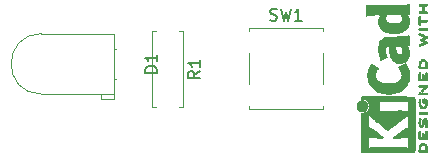
<source format=gbr>
G04 #@! TF.GenerationSoftware,KiCad,Pcbnew,(5.0.0)*
G04 #@! TF.CreationDate,2018-08-09T23:53:02+02:00*
G04 #@! TF.ProjectId,Initial,496E697469616C2E6B696361645F7063,rev?*
G04 #@! TF.SameCoordinates,Original*
G04 #@! TF.FileFunction,Legend,Top*
G04 #@! TF.FilePolarity,Positive*
%FSLAX46Y46*%
G04 Gerber Fmt 4.6, Leading zero omitted, Abs format (unit mm)*
G04 Created by KiCad (PCBNEW (5.0.0)) date 08/09/18 23:53:02*
%MOMM*%
%LPD*%
G01*
G04 APERTURE LIST*
%ADD10C,0.120000*%
%ADD11C,0.010000*%
%ADD12C,0.150000*%
G04 APERTURE END LIST*
D10*
G04 #@! TO.C,D1*
X117601500Y-43497500D02*
X117601500Y-43497500D01*
X117471500Y-43497500D02*
X117601500Y-43497500D01*
X117471500Y-43497500D02*
X117471500Y-43497500D01*
X117601500Y-43497500D02*
X117471500Y-43497500D01*
X117601500Y-40957500D02*
X117601500Y-40957500D01*
X117471500Y-40957500D02*
X117601500Y-40957500D01*
X117471500Y-40957500D02*
X117471500Y-40957500D01*
X117601500Y-40957500D02*
X117471500Y-40957500D01*
X117471500Y-44787500D02*
X117471500Y-45187500D01*
X116351500Y-44787500D02*
X117471500Y-44787500D01*
X116351500Y-45187500D02*
X116351500Y-44787500D01*
X117471500Y-45187500D02*
X116351500Y-45187500D01*
X117471500Y-39667500D02*
X117471500Y-44787500D01*
X117471500Y-44787500D02*
X111311500Y-44787500D01*
X117471500Y-39667500D02*
X111311500Y-39667500D01*
X111311500Y-44787500D02*
G75*
G02X111311500Y-39667500I0J2560000D01*
G01*
G04 #@! TO.C,R1*
X120673500Y-45882000D02*
X121003500Y-45882000D01*
X120673500Y-39462000D02*
X120673500Y-45882000D01*
X121003500Y-39462000D02*
X120673500Y-39462000D01*
X123293500Y-45882000D02*
X122963500Y-45882000D01*
X123293500Y-39462000D02*
X123293500Y-45882000D01*
X122963500Y-39462000D02*
X123293500Y-39462000D01*
G04 #@! TO.C,SW1*
X135166500Y-41308500D02*
X135166500Y-43908500D01*
X128866500Y-46058500D02*
X128866500Y-45808500D01*
X135166500Y-46058500D02*
X128866500Y-46058500D01*
X135166500Y-45808500D02*
X135166500Y-46058500D01*
X128866500Y-43908500D02*
X128866500Y-41308500D01*
X135166500Y-39158500D02*
X135166500Y-39408500D01*
X128866500Y-39158500D02*
X135166500Y-39158500D01*
X128866500Y-39408500D02*
X128866500Y-39158500D01*
D11*
G04 #@! TO.C,REF\002A\002A\002A*
G36*
X143239066Y-49555371D02*
X143239467Y-49515889D01*
X143242259Y-49400200D01*
X143250550Y-49303311D01*
X143265232Y-49221919D01*
X143287193Y-49152723D01*
X143317322Y-49092420D01*
X143356510Y-49037708D01*
X143373532Y-49018167D01*
X143413363Y-48985750D01*
X143467413Y-48956520D01*
X143527323Y-48933991D01*
X143584739Y-48921679D01*
X143605956Y-48920400D01*
X143664769Y-48928417D01*
X143729013Y-48949899D01*
X143789821Y-48980999D01*
X143838330Y-49017866D01*
X143844182Y-49023854D01*
X143885321Y-49074579D01*
X143917435Y-49130125D01*
X143941365Y-49193696D01*
X143957953Y-49268494D01*
X143968041Y-49357722D01*
X143972469Y-49464582D01*
X143972845Y-49513528D01*
X143972545Y-49575762D01*
X143971292Y-49619528D01*
X143968554Y-49648931D01*
X143963801Y-49668079D01*
X143956501Y-49681077D01*
X143950267Y-49688045D01*
X143942694Y-49694626D01*
X143932924Y-49699788D01*
X143918340Y-49703703D01*
X143896326Y-49706543D01*
X143864264Y-49708480D01*
X143819536Y-49709684D01*
X143759526Y-49710328D01*
X143681617Y-49710583D01*
X143605956Y-49710622D01*
X143505041Y-49710870D01*
X143424427Y-49710817D01*
X143385822Y-49709857D01*
X143385822Y-49563867D01*
X143826089Y-49563867D01*
X143826004Y-49470734D01*
X143824396Y-49414693D01*
X143820256Y-49355999D01*
X143814464Y-49307028D01*
X143814226Y-49305538D01*
X143795090Y-49226392D01*
X143765287Y-49165002D01*
X143722878Y-49118305D01*
X143676961Y-49088635D01*
X143626026Y-49070353D01*
X143578200Y-49071771D01*
X143526933Y-49092988D01*
X143473899Y-49134489D01*
X143434600Y-49191998D01*
X143408331Y-49266750D01*
X143399035Y-49316708D01*
X143392507Y-49373416D01*
X143387782Y-49433519D01*
X143385817Y-49484639D01*
X143385808Y-49487667D01*
X143385822Y-49563867D01*
X143385822Y-49709857D01*
X143361851Y-49709260D01*
X143315055Y-49704998D01*
X143281778Y-49696830D01*
X143259759Y-49683556D01*
X143246739Y-49663974D01*
X143240457Y-49636883D01*
X143238653Y-49601082D01*
X143239066Y-49555371D01*
X143239066Y-49555371D01*
G37*
X143239066Y-49555371D02*
X143239467Y-49515889D01*
X143242259Y-49400200D01*
X143250550Y-49303311D01*
X143265232Y-49221919D01*
X143287193Y-49152723D01*
X143317322Y-49092420D01*
X143356510Y-49037708D01*
X143373532Y-49018167D01*
X143413363Y-48985750D01*
X143467413Y-48956520D01*
X143527323Y-48933991D01*
X143584739Y-48921679D01*
X143605956Y-48920400D01*
X143664769Y-48928417D01*
X143729013Y-48949899D01*
X143789821Y-48980999D01*
X143838330Y-49017866D01*
X143844182Y-49023854D01*
X143885321Y-49074579D01*
X143917435Y-49130125D01*
X143941365Y-49193696D01*
X143957953Y-49268494D01*
X143968041Y-49357722D01*
X143972469Y-49464582D01*
X143972845Y-49513528D01*
X143972545Y-49575762D01*
X143971292Y-49619528D01*
X143968554Y-49648931D01*
X143963801Y-49668079D01*
X143956501Y-49681077D01*
X143950267Y-49688045D01*
X143942694Y-49694626D01*
X143932924Y-49699788D01*
X143918340Y-49703703D01*
X143896326Y-49706543D01*
X143864264Y-49708480D01*
X143819536Y-49709684D01*
X143759526Y-49710328D01*
X143681617Y-49710583D01*
X143605956Y-49710622D01*
X143505041Y-49710870D01*
X143424427Y-49710817D01*
X143385822Y-49709857D01*
X143385822Y-49563867D01*
X143826089Y-49563867D01*
X143826004Y-49470734D01*
X143824396Y-49414693D01*
X143820256Y-49355999D01*
X143814464Y-49307028D01*
X143814226Y-49305538D01*
X143795090Y-49226392D01*
X143765287Y-49165002D01*
X143722878Y-49118305D01*
X143676961Y-49088635D01*
X143626026Y-49070353D01*
X143578200Y-49071771D01*
X143526933Y-49092988D01*
X143473899Y-49134489D01*
X143434600Y-49191998D01*
X143408331Y-49266750D01*
X143399035Y-49316708D01*
X143392507Y-49373416D01*
X143387782Y-49433519D01*
X143385817Y-49484639D01*
X143385808Y-49487667D01*
X143385822Y-49563867D01*
X143385822Y-49709857D01*
X143361851Y-49709260D01*
X143315055Y-49704998D01*
X143281778Y-49696830D01*
X143259759Y-49683556D01*
X143246739Y-49663974D01*
X143240457Y-49636883D01*
X143238653Y-49601082D01*
X143239066Y-49555371D01*
G36*
X143239146Y-48146794D02*
X143239518Y-48077386D01*
X143240385Y-48024997D01*
X143241946Y-47986847D01*
X143244403Y-47960159D01*
X143247957Y-47942153D01*
X143252810Y-47930049D01*
X143259161Y-47921069D01*
X143262084Y-47917818D01*
X143293142Y-47898043D01*
X143328828Y-47894482D01*
X143360510Y-47907491D01*
X143366913Y-47913506D01*
X143373121Y-47923235D01*
X143377910Y-47938901D01*
X143381514Y-47963408D01*
X143384164Y-47999661D01*
X143386095Y-48050565D01*
X143387539Y-48119026D01*
X143388418Y-48181617D01*
X143391467Y-48429334D01*
X143456378Y-48432719D01*
X143521289Y-48436105D01*
X143521289Y-48267958D01*
X143521919Y-48194959D01*
X143524553Y-48141517D01*
X143530309Y-48104628D01*
X143540304Y-48081288D01*
X143555656Y-48068494D01*
X143577482Y-48063242D01*
X143597738Y-48062445D01*
X143622592Y-48064923D01*
X143640906Y-48074277D01*
X143653637Y-48093383D01*
X143661741Y-48125118D01*
X143666176Y-48172359D01*
X143667899Y-48237983D01*
X143668045Y-48273801D01*
X143668045Y-48434978D01*
X143826089Y-48434978D01*
X143826089Y-48186622D01*
X143826202Y-48105213D01*
X143826712Y-48043342D01*
X143827870Y-47997968D01*
X143829930Y-47966054D01*
X143833146Y-47944559D01*
X143837772Y-47930443D01*
X143844059Y-47920668D01*
X143848667Y-47915689D01*
X143875560Y-47898610D01*
X143899467Y-47893111D01*
X143928667Y-47900963D01*
X143950267Y-47915689D01*
X143957066Y-47923546D01*
X143962346Y-47933688D01*
X143966298Y-47948844D01*
X143969113Y-47971741D01*
X143970982Y-48005109D01*
X143972098Y-48051675D01*
X143972651Y-48114167D01*
X143972833Y-48195314D01*
X143972845Y-48237422D01*
X143972765Y-48327598D01*
X143972398Y-48397924D01*
X143971552Y-48451129D01*
X143970036Y-48489940D01*
X143967659Y-48517087D01*
X143964229Y-48535298D01*
X143959554Y-48547300D01*
X143953444Y-48555822D01*
X143950267Y-48559156D01*
X143942670Y-48565755D01*
X143932870Y-48570927D01*
X143918239Y-48574846D01*
X143896152Y-48577684D01*
X143863982Y-48579615D01*
X143819103Y-48580812D01*
X143758889Y-48581448D01*
X143680713Y-48581697D01*
X143607923Y-48581734D01*
X143514707Y-48581700D01*
X143441431Y-48581465D01*
X143385458Y-48580830D01*
X143344151Y-48579594D01*
X143314872Y-48577556D01*
X143294984Y-48574517D01*
X143281850Y-48570277D01*
X143272832Y-48564635D01*
X143265293Y-48557391D01*
X143263612Y-48555606D01*
X143256172Y-48546945D01*
X143250409Y-48536882D01*
X143246112Y-48522625D01*
X143243064Y-48501383D01*
X143241051Y-48470364D01*
X143239860Y-48426777D01*
X143239275Y-48367831D01*
X143239083Y-48290734D01*
X143239067Y-48236001D01*
X143239146Y-48146794D01*
X143239146Y-48146794D01*
G37*
X143239146Y-48146794D02*
X143239518Y-48077386D01*
X143240385Y-48024997D01*
X143241946Y-47986847D01*
X143244403Y-47960159D01*
X143247957Y-47942153D01*
X143252810Y-47930049D01*
X143259161Y-47921069D01*
X143262084Y-47917818D01*
X143293142Y-47898043D01*
X143328828Y-47894482D01*
X143360510Y-47907491D01*
X143366913Y-47913506D01*
X143373121Y-47923235D01*
X143377910Y-47938901D01*
X143381514Y-47963408D01*
X143384164Y-47999661D01*
X143386095Y-48050565D01*
X143387539Y-48119026D01*
X143388418Y-48181617D01*
X143391467Y-48429334D01*
X143456378Y-48432719D01*
X143521289Y-48436105D01*
X143521289Y-48267958D01*
X143521919Y-48194959D01*
X143524553Y-48141517D01*
X143530309Y-48104628D01*
X143540304Y-48081288D01*
X143555656Y-48068494D01*
X143577482Y-48063242D01*
X143597738Y-48062445D01*
X143622592Y-48064923D01*
X143640906Y-48074277D01*
X143653637Y-48093383D01*
X143661741Y-48125118D01*
X143666176Y-48172359D01*
X143667899Y-48237983D01*
X143668045Y-48273801D01*
X143668045Y-48434978D01*
X143826089Y-48434978D01*
X143826089Y-48186622D01*
X143826202Y-48105213D01*
X143826712Y-48043342D01*
X143827870Y-47997968D01*
X143829930Y-47966054D01*
X143833146Y-47944559D01*
X143837772Y-47930443D01*
X143844059Y-47920668D01*
X143848667Y-47915689D01*
X143875560Y-47898610D01*
X143899467Y-47893111D01*
X143928667Y-47900963D01*
X143950267Y-47915689D01*
X143957066Y-47923546D01*
X143962346Y-47933688D01*
X143966298Y-47948844D01*
X143969113Y-47971741D01*
X143970982Y-48005109D01*
X143972098Y-48051675D01*
X143972651Y-48114167D01*
X143972833Y-48195314D01*
X143972845Y-48237422D01*
X143972765Y-48327598D01*
X143972398Y-48397924D01*
X143971552Y-48451129D01*
X143970036Y-48489940D01*
X143967659Y-48517087D01*
X143964229Y-48535298D01*
X143959554Y-48547300D01*
X143953444Y-48555822D01*
X143950267Y-48559156D01*
X143942670Y-48565755D01*
X143932870Y-48570927D01*
X143918239Y-48574846D01*
X143896152Y-48577684D01*
X143863982Y-48579615D01*
X143819103Y-48580812D01*
X143758889Y-48581448D01*
X143680713Y-48581697D01*
X143607923Y-48581734D01*
X143514707Y-48581700D01*
X143441431Y-48581465D01*
X143385458Y-48580830D01*
X143344151Y-48579594D01*
X143314872Y-48577556D01*
X143294984Y-48574517D01*
X143281850Y-48570277D01*
X143272832Y-48564635D01*
X143265293Y-48557391D01*
X143263612Y-48555606D01*
X143256172Y-48546945D01*
X143250409Y-48536882D01*
X143246112Y-48522625D01*
X143243064Y-48501383D01*
X143241051Y-48470364D01*
X143239860Y-48426777D01*
X143239275Y-48367831D01*
X143239083Y-48290734D01*
X143239067Y-48236001D01*
X143239146Y-48146794D01*
G36*
X143240351Y-47125703D02*
X143245581Y-47050888D01*
X143253750Y-46981306D01*
X143264550Y-46921002D01*
X143277673Y-46874020D01*
X143292813Y-46844406D01*
X143297269Y-46839860D01*
X143331850Y-46824054D01*
X143367351Y-46828847D01*
X143397725Y-46853364D01*
X143398596Y-46854534D01*
X143407954Y-46868954D01*
X143412876Y-46884008D01*
X143413473Y-46905005D01*
X143409861Y-46937257D01*
X143402154Y-46986073D01*
X143401505Y-46990000D01*
X143392569Y-47062739D01*
X143388161Y-47141217D01*
X143388119Y-47219927D01*
X143392279Y-47293361D01*
X143400479Y-47356011D01*
X143412557Y-47402370D01*
X143413771Y-47405416D01*
X143432615Y-47439048D01*
X143451685Y-47450864D01*
X143470439Y-47441614D01*
X143488337Y-47412047D01*
X143504837Y-47362911D01*
X143519396Y-47294957D01*
X143526406Y-47249645D01*
X143539889Y-47155456D01*
X143552214Y-47080544D01*
X143564449Y-47021717D01*
X143577661Y-46975785D01*
X143592917Y-46939555D01*
X143611285Y-46909838D01*
X143633831Y-46883442D01*
X143655971Y-46862230D01*
X143686819Y-46837065D01*
X143713345Y-46824681D01*
X143746026Y-46820808D01*
X143757995Y-46820667D01*
X143797712Y-46823576D01*
X143827259Y-46835202D01*
X143853486Y-46855323D01*
X143893576Y-46896216D01*
X143924149Y-46941817D01*
X143946203Y-46995513D01*
X143960735Y-47060692D01*
X143968741Y-47140744D01*
X143971218Y-47239057D01*
X143971177Y-47255289D01*
X143969818Y-47320849D01*
X143966730Y-47385866D01*
X143962356Y-47443252D01*
X143957140Y-47485922D01*
X143956541Y-47489372D01*
X143946491Y-47531796D01*
X143933796Y-47567780D01*
X143922190Y-47588150D01*
X143891572Y-47607107D01*
X143855918Y-47608427D01*
X143824144Y-47592085D01*
X143820551Y-47588429D01*
X143809876Y-47573315D01*
X143805276Y-47554415D01*
X143806059Y-47525162D01*
X143810127Y-47489651D01*
X143813762Y-47449970D01*
X143816828Y-47394345D01*
X143819053Y-47329406D01*
X143820164Y-47261785D01*
X143820237Y-47244000D01*
X143819964Y-47176128D01*
X143818646Y-47126454D01*
X143815827Y-47090610D01*
X143811050Y-47064224D01*
X143803857Y-47042926D01*
X143797867Y-47030126D01*
X143781233Y-47002000D01*
X143766168Y-46984068D01*
X143761897Y-46981447D01*
X143744263Y-46986976D01*
X143727192Y-47013260D01*
X143711458Y-47058478D01*
X143697838Y-47120808D01*
X143694804Y-47139171D01*
X143679738Y-47235090D01*
X143667146Y-47311641D01*
X143656111Y-47371780D01*
X143645720Y-47418460D01*
X143635056Y-47454637D01*
X143623205Y-47483265D01*
X143609251Y-47507298D01*
X143592281Y-47529692D01*
X143571378Y-47553402D01*
X143564049Y-47561380D01*
X143536699Y-47589353D01*
X143515029Y-47604160D01*
X143490232Y-47609952D01*
X143458983Y-47610889D01*
X143397705Y-47600575D01*
X143345640Y-47569752D01*
X143302958Y-47518595D01*
X143269825Y-47447283D01*
X143254964Y-47396400D01*
X143245366Y-47341100D01*
X143239936Y-47274853D01*
X143238367Y-47201706D01*
X143240351Y-47125703D01*
X143240351Y-47125703D01*
G37*
X143240351Y-47125703D02*
X143245581Y-47050888D01*
X143253750Y-46981306D01*
X143264550Y-46921002D01*
X143277673Y-46874020D01*
X143292813Y-46844406D01*
X143297269Y-46839860D01*
X143331850Y-46824054D01*
X143367351Y-46828847D01*
X143397725Y-46853364D01*
X143398596Y-46854534D01*
X143407954Y-46868954D01*
X143412876Y-46884008D01*
X143413473Y-46905005D01*
X143409861Y-46937257D01*
X143402154Y-46986073D01*
X143401505Y-46990000D01*
X143392569Y-47062739D01*
X143388161Y-47141217D01*
X143388119Y-47219927D01*
X143392279Y-47293361D01*
X143400479Y-47356011D01*
X143412557Y-47402370D01*
X143413771Y-47405416D01*
X143432615Y-47439048D01*
X143451685Y-47450864D01*
X143470439Y-47441614D01*
X143488337Y-47412047D01*
X143504837Y-47362911D01*
X143519396Y-47294957D01*
X143526406Y-47249645D01*
X143539889Y-47155456D01*
X143552214Y-47080544D01*
X143564449Y-47021717D01*
X143577661Y-46975785D01*
X143592917Y-46939555D01*
X143611285Y-46909838D01*
X143633831Y-46883442D01*
X143655971Y-46862230D01*
X143686819Y-46837065D01*
X143713345Y-46824681D01*
X143746026Y-46820808D01*
X143757995Y-46820667D01*
X143797712Y-46823576D01*
X143827259Y-46835202D01*
X143853486Y-46855323D01*
X143893576Y-46896216D01*
X143924149Y-46941817D01*
X143946203Y-46995513D01*
X143960735Y-47060692D01*
X143968741Y-47140744D01*
X143971218Y-47239057D01*
X143971177Y-47255289D01*
X143969818Y-47320849D01*
X143966730Y-47385866D01*
X143962356Y-47443252D01*
X143957140Y-47485922D01*
X143956541Y-47489372D01*
X143946491Y-47531796D01*
X143933796Y-47567780D01*
X143922190Y-47588150D01*
X143891572Y-47607107D01*
X143855918Y-47608427D01*
X143824144Y-47592085D01*
X143820551Y-47588429D01*
X143809876Y-47573315D01*
X143805276Y-47554415D01*
X143806059Y-47525162D01*
X143810127Y-47489651D01*
X143813762Y-47449970D01*
X143816828Y-47394345D01*
X143819053Y-47329406D01*
X143820164Y-47261785D01*
X143820237Y-47244000D01*
X143819964Y-47176128D01*
X143818646Y-47126454D01*
X143815827Y-47090610D01*
X143811050Y-47064224D01*
X143803857Y-47042926D01*
X143797867Y-47030126D01*
X143781233Y-47002000D01*
X143766168Y-46984068D01*
X143761897Y-46981447D01*
X143744263Y-46986976D01*
X143727192Y-47013260D01*
X143711458Y-47058478D01*
X143697838Y-47120808D01*
X143694804Y-47139171D01*
X143679738Y-47235090D01*
X143667146Y-47311641D01*
X143656111Y-47371780D01*
X143645720Y-47418460D01*
X143635056Y-47454637D01*
X143623205Y-47483265D01*
X143609251Y-47507298D01*
X143592281Y-47529692D01*
X143571378Y-47553402D01*
X143564049Y-47561380D01*
X143536699Y-47589353D01*
X143515029Y-47604160D01*
X143490232Y-47609952D01*
X143458983Y-47610889D01*
X143397705Y-47600575D01*
X143345640Y-47569752D01*
X143302958Y-47518595D01*
X143269825Y-47447283D01*
X143254964Y-47396400D01*
X143245366Y-47341100D01*
X143239936Y-47274853D01*
X143238367Y-47201706D01*
X143240351Y-47125703D01*
G36*
X143261645Y-46357822D02*
X143269218Y-46351242D01*
X143278987Y-46346079D01*
X143293571Y-46342164D01*
X143315585Y-46339324D01*
X143347648Y-46337387D01*
X143392375Y-46336183D01*
X143452385Y-46335539D01*
X143530294Y-46335284D01*
X143605956Y-46335245D01*
X143699802Y-46335314D01*
X143773689Y-46335638D01*
X143830232Y-46336386D01*
X143872049Y-46337732D01*
X143901757Y-46339846D01*
X143921973Y-46342900D01*
X143935314Y-46347066D01*
X143944398Y-46352516D01*
X143950267Y-46357822D01*
X143969947Y-46390826D01*
X143968181Y-46425991D01*
X143946717Y-46457455D01*
X143938337Y-46464684D01*
X143928614Y-46470334D01*
X143914861Y-46474599D01*
X143894389Y-46477673D01*
X143864512Y-46479752D01*
X143822541Y-46481030D01*
X143765789Y-46481701D01*
X143691567Y-46481959D01*
X143607537Y-46482000D01*
X143294485Y-46482000D01*
X143266776Y-46454291D01*
X143243463Y-46420137D01*
X143242623Y-46387006D01*
X143261645Y-46357822D01*
X143261645Y-46357822D01*
G37*
X143261645Y-46357822D02*
X143269218Y-46351242D01*
X143278987Y-46346079D01*
X143293571Y-46342164D01*
X143315585Y-46339324D01*
X143347648Y-46337387D01*
X143392375Y-46336183D01*
X143452385Y-46335539D01*
X143530294Y-46335284D01*
X143605956Y-46335245D01*
X143699802Y-46335314D01*
X143773689Y-46335638D01*
X143830232Y-46336386D01*
X143872049Y-46337732D01*
X143901757Y-46339846D01*
X143921973Y-46342900D01*
X143935314Y-46347066D01*
X143944398Y-46352516D01*
X143950267Y-46357822D01*
X143969947Y-46390826D01*
X143968181Y-46425991D01*
X143946717Y-46457455D01*
X143938337Y-46464684D01*
X143928614Y-46470334D01*
X143914861Y-46474599D01*
X143894389Y-46477673D01*
X143864512Y-46479752D01*
X143822541Y-46481030D01*
X143765789Y-46481701D01*
X143691567Y-46481959D01*
X143607537Y-46482000D01*
X143294485Y-46482000D01*
X143266776Y-46454291D01*
X143243463Y-46420137D01*
X143242623Y-46387006D01*
X143261645Y-46357822D01*
G36*
X143244599Y-45384081D02*
X143256095Y-45315565D01*
X143273967Y-45262943D01*
X143297499Y-45228708D01*
X143310924Y-45219379D01*
X143342148Y-45209893D01*
X143370395Y-45216277D01*
X143397182Y-45236430D01*
X143409713Y-45267745D01*
X143408696Y-45313183D01*
X143401906Y-45348326D01*
X143388971Y-45426419D01*
X143387742Y-45506226D01*
X143398241Y-45595555D01*
X143402690Y-45620229D01*
X143426108Y-45703291D01*
X143460945Y-45768273D01*
X143506604Y-45814461D01*
X143562494Y-45841145D01*
X143591388Y-45846663D01*
X143650012Y-45843051D01*
X143701879Y-45819729D01*
X143745978Y-45778824D01*
X143781299Y-45722459D01*
X143806829Y-45652760D01*
X143821559Y-45571852D01*
X143824478Y-45481860D01*
X143814575Y-45384910D01*
X143813641Y-45379436D01*
X143806459Y-45340875D01*
X143799521Y-45319494D01*
X143789227Y-45310227D01*
X143771976Y-45308006D01*
X143762841Y-45307956D01*
X143724489Y-45307956D01*
X143724489Y-45376431D01*
X143720347Y-45436900D01*
X143707147Y-45478165D01*
X143683730Y-45502175D01*
X143648936Y-45510877D01*
X143644394Y-45510983D01*
X143614654Y-45505892D01*
X143593419Y-45488433D01*
X143579366Y-45455939D01*
X143571173Y-45405743D01*
X143568161Y-45357123D01*
X143566433Y-45286456D01*
X143569070Y-45235198D01*
X143578800Y-45200239D01*
X143598353Y-45178470D01*
X143630456Y-45166780D01*
X143677838Y-45162060D01*
X143740071Y-45161200D01*
X143809535Y-45162609D01*
X143856786Y-45166848D01*
X143882012Y-45173936D01*
X143883988Y-45175311D01*
X143915508Y-45214228D01*
X143940470Y-45271286D01*
X143958340Y-45342869D01*
X143968586Y-45425358D01*
X143970673Y-45515139D01*
X143964068Y-45608592D01*
X143955956Y-45663556D01*
X143931554Y-45749766D01*
X143891662Y-45829892D01*
X143839887Y-45896977D01*
X143829539Y-45907173D01*
X143786035Y-45940302D01*
X143732118Y-45970194D01*
X143675592Y-45993357D01*
X143624259Y-46006298D01*
X143604544Y-46007858D01*
X143563419Y-46001218D01*
X143512252Y-45983568D01*
X143458394Y-45958297D01*
X143409195Y-45928789D01*
X143376334Y-45902719D01*
X143327452Y-45841765D01*
X143288545Y-45762969D01*
X143260494Y-45669157D01*
X143244179Y-45563150D01*
X143240192Y-45466000D01*
X143244599Y-45384081D01*
X143244599Y-45384081D01*
G37*
X143244599Y-45384081D02*
X143256095Y-45315565D01*
X143273967Y-45262943D01*
X143297499Y-45228708D01*
X143310924Y-45219379D01*
X143342148Y-45209893D01*
X143370395Y-45216277D01*
X143397182Y-45236430D01*
X143409713Y-45267745D01*
X143408696Y-45313183D01*
X143401906Y-45348326D01*
X143388971Y-45426419D01*
X143387742Y-45506226D01*
X143398241Y-45595555D01*
X143402690Y-45620229D01*
X143426108Y-45703291D01*
X143460945Y-45768273D01*
X143506604Y-45814461D01*
X143562494Y-45841145D01*
X143591388Y-45846663D01*
X143650012Y-45843051D01*
X143701879Y-45819729D01*
X143745978Y-45778824D01*
X143781299Y-45722459D01*
X143806829Y-45652760D01*
X143821559Y-45571852D01*
X143824478Y-45481860D01*
X143814575Y-45384910D01*
X143813641Y-45379436D01*
X143806459Y-45340875D01*
X143799521Y-45319494D01*
X143789227Y-45310227D01*
X143771976Y-45308006D01*
X143762841Y-45307956D01*
X143724489Y-45307956D01*
X143724489Y-45376431D01*
X143720347Y-45436900D01*
X143707147Y-45478165D01*
X143683730Y-45502175D01*
X143648936Y-45510877D01*
X143644394Y-45510983D01*
X143614654Y-45505892D01*
X143593419Y-45488433D01*
X143579366Y-45455939D01*
X143571173Y-45405743D01*
X143568161Y-45357123D01*
X143566433Y-45286456D01*
X143569070Y-45235198D01*
X143578800Y-45200239D01*
X143598353Y-45178470D01*
X143630456Y-45166780D01*
X143677838Y-45162060D01*
X143740071Y-45161200D01*
X143809535Y-45162609D01*
X143856786Y-45166848D01*
X143882012Y-45173936D01*
X143883988Y-45175311D01*
X143915508Y-45214228D01*
X143940470Y-45271286D01*
X143958340Y-45342869D01*
X143968586Y-45425358D01*
X143970673Y-45515139D01*
X143964068Y-45608592D01*
X143955956Y-45663556D01*
X143931554Y-45749766D01*
X143891662Y-45829892D01*
X143839887Y-45896977D01*
X143829539Y-45907173D01*
X143786035Y-45940302D01*
X143732118Y-45970194D01*
X143675592Y-45993357D01*
X143624259Y-46006298D01*
X143604544Y-46007858D01*
X143563419Y-46001218D01*
X143512252Y-45983568D01*
X143458394Y-45958297D01*
X143409195Y-45928789D01*
X143376334Y-45902719D01*
X143327452Y-45841765D01*
X143288545Y-45762969D01*
X143260494Y-45669157D01*
X143244179Y-45563150D01*
X143240192Y-45466000D01*
X143244599Y-45384081D01*
G36*
X143243448Y-44734114D02*
X143257273Y-44710548D01*
X143279881Y-44679735D01*
X143312338Y-44640078D01*
X143355708Y-44589980D01*
X143411058Y-44527843D01*
X143479451Y-44452072D01*
X143558084Y-44365334D01*
X143721878Y-44184711D01*
X143502029Y-44179067D01*
X143426351Y-44177029D01*
X143369994Y-44175063D01*
X143329706Y-44172734D01*
X143302235Y-44169606D01*
X143284329Y-44165245D01*
X143272737Y-44159216D01*
X143264208Y-44151084D01*
X143260623Y-44146772D01*
X143241670Y-44112241D01*
X143244441Y-44079383D01*
X143260633Y-44053318D01*
X143282199Y-44026667D01*
X143597151Y-44023352D01*
X143689779Y-44022435D01*
X143762544Y-44021968D01*
X143818161Y-44022113D01*
X143859342Y-44023032D01*
X143888803Y-44024887D01*
X143909255Y-44027839D01*
X143923413Y-44032050D01*
X143933991Y-44037682D01*
X143942474Y-44043927D01*
X143958207Y-44057439D01*
X143968636Y-44070883D01*
X143972639Y-44086124D01*
X143969094Y-44105026D01*
X143956879Y-44129455D01*
X143934871Y-44161273D01*
X143901949Y-44202348D01*
X143856991Y-44254542D01*
X143798875Y-44319722D01*
X143732099Y-44393556D01*
X143491458Y-44658845D01*
X143710589Y-44664489D01*
X143786128Y-44666531D01*
X143842354Y-44668502D01*
X143882524Y-44670839D01*
X143909896Y-44673981D01*
X143927728Y-44678364D01*
X143939279Y-44684424D01*
X143947807Y-44692600D01*
X143951282Y-44696784D01*
X143970372Y-44733765D01*
X143967493Y-44768708D01*
X143943100Y-44799136D01*
X143933286Y-44806097D01*
X143921826Y-44811523D01*
X143905968Y-44815603D01*
X143882963Y-44818529D01*
X143850062Y-44820492D01*
X143804516Y-44821683D01*
X143743573Y-44822292D01*
X143664486Y-44822511D01*
X143605956Y-44822534D01*
X143514407Y-44822460D01*
X143442687Y-44822113D01*
X143388045Y-44821301D01*
X143347732Y-44819833D01*
X143318998Y-44817519D01*
X143299093Y-44814167D01*
X143285268Y-44809588D01*
X143274772Y-44803589D01*
X143268811Y-44799136D01*
X143254691Y-44787850D01*
X143244029Y-44777301D01*
X143237892Y-44765893D01*
X143237343Y-44752030D01*
X143243448Y-44734114D01*
X143243448Y-44734114D01*
G37*
X143243448Y-44734114D02*
X143257273Y-44710548D01*
X143279881Y-44679735D01*
X143312338Y-44640078D01*
X143355708Y-44589980D01*
X143411058Y-44527843D01*
X143479451Y-44452072D01*
X143558084Y-44365334D01*
X143721878Y-44184711D01*
X143502029Y-44179067D01*
X143426351Y-44177029D01*
X143369994Y-44175063D01*
X143329706Y-44172734D01*
X143302235Y-44169606D01*
X143284329Y-44165245D01*
X143272737Y-44159216D01*
X143264208Y-44151084D01*
X143260623Y-44146772D01*
X143241670Y-44112241D01*
X143244441Y-44079383D01*
X143260633Y-44053318D01*
X143282199Y-44026667D01*
X143597151Y-44023352D01*
X143689779Y-44022435D01*
X143762544Y-44021968D01*
X143818161Y-44022113D01*
X143859342Y-44023032D01*
X143888803Y-44024887D01*
X143909255Y-44027839D01*
X143923413Y-44032050D01*
X143933991Y-44037682D01*
X143942474Y-44043927D01*
X143958207Y-44057439D01*
X143968636Y-44070883D01*
X143972639Y-44086124D01*
X143969094Y-44105026D01*
X143956879Y-44129455D01*
X143934871Y-44161273D01*
X143901949Y-44202348D01*
X143856991Y-44254542D01*
X143798875Y-44319722D01*
X143732099Y-44393556D01*
X143491458Y-44658845D01*
X143710589Y-44664489D01*
X143786128Y-44666531D01*
X143842354Y-44668502D01*
X143882524Y-44670839D01*
X143909896Y-44673981D01*
X143927728Y-44678364D01*
X143939279Y-44684424D01*
X143947807Y-44692600D01*
X143951282Y-44696784D01*
X143970372Y-44733765D01*
X143967493Y-44768708D01*
X143943100Y-44799136D01*
X143933286Y-44806097D01*
X143921826Y-44811523D01*
X143905968Y-44815603D01*
X143882963Y-44818529D01*
X143850062Y-44820492D01*
X143804516Y-44821683D01*
X143743573Y-44822292D01*
X143664486Y-44822511D01*
X143605956Y-44822534D01*
X143514407Y-44822460D01*
X143442687Y-44822113D01*
X143388045Y-44821301D01*
X143347732Y-44819833D01*
X143318998Y-44817519D01*
X143299093Y-44814167D01*
X143285268Y-44809588D01*
X143274772Y-44803589D01*
X143268811Y-44799136D01*
X143254691Y-44787850D01*
X143244029Y-44777301D01*
X143237892Y-44765893D01*
X143237343Y-44752030D01*
X143243448Y-44734114D01*
G36*
X143239260Y-43203657D02*
X143240174Y-43127299D01*
X143242311Y-43068783D01*
X143246175Y-43025745D01*
X143252267Y-42995817D01*
X143261090Y-42976632D01*
X143273146Y-42965824D01*
X143288939Y-42961027D01*
X143308970Y-42959873D01*
X143311335Y-42959867D01*
X143333992Y-42960869D01*
X143351503Y-42965604D01*
X143364574Y-42976667D01*
X143373913Y-42996652D01*
X143380227Y-43028154D01*
X143384222Y-43073768D01*
X143386606Y-43136087D01*
X143388086Y-43217707D01*
X143388414Y-43242723D01*
X143391467Y-43484800D01*
X143456378Y-43488186D01*
X143521289Y-43491571D01*
X143521289Y-43323424D01*
X143521531Y-43257734D01*
X143522556Y-43210828D01*
X143524811Y-43178917D01*
X143528742Y-43158209D01*
X143534798Y-43144916D01*
X143543424Y-43135245D01*
X143543493Y-43135183D01*
X143577112Y-43117644D01*
X143613448Y-43118278D01*
X143644423Y-43136686D01*
X143647607Y-43140329D01*
X143655812Y-43153259D01*
X143661521Y-43170976D01*
X143665162Y-43197430D01*
X143667167Y-43236568D01*
X143667964Y-43292338D01*
X143668045Y-43328006D01*
X143668045Y-43490445D01*
X143826089Y-43490445D01*
X143826089Y-43243839D01*
X143826231Y-43162420D01*
X143826814Y-43100590D01*
X143828068Y-43055363D01*
X143830227Y-43023752D01*
X143833523Y-43002769D01*
X143838189Y-42989427D01*
X143844457Y-42980739D01*
X143846733Y-42978550D01*
X143878280Y-42962386D01*
X143914168Y-42961203D01*
X143945285Y-42974464D01*
X143955271Y-42984957D01*
X143960769Y-42995871D01*
X143965022Y-43012783D01*
X143968180Y-43038367D01*
X143970392Y-43075299D01*
X143971806Y-43126254D01*
X143972572Y-43193906D01*
X143972838Y-43280931D01*
X143972845Y-43300606D01*
X143972787Y-43389089D01*
X143972467Y-43457773D01*
X143971667Y-43509436D01*
X143970167Y-43546855D01*
X143967749Y-43572810D01*
X143964194Y-43590078D01*
X143959282Y-43601438D01*
X143952795Y-43609668D01*
X143948138Y-43614183D01*
X143939889Y-43620979D01*
X143929669Y-43626288D01*
X143914800Y-43630294D01*
X143892602Y-43633179D01*
X143860393Y-43635126D01*
X143815496Y-43636319D01*
X143755228Y-43636939D01*
X143676911Y-43637171D01*
X143610994Y-43637200D01*
X143518628Y-43637129D01*
X143446117Y-43636792D01*
X143390737Y-43636002D01*
X143349765Y-43634574D01*
X143320478Y-43632321D01*
X143300153Y-43629057D01*
X143286066Y-43624596D01*
X143275495Y-43618752D01*
X143268811Y-43613803D01*
X143239067Y-43590406D01*
X143239067Y-43300226D01*
X143239260Y-43203657D01*
X143239260Y-43203657D01*
G37*
X143239260Y-43203657D02*
X143240174Y-43127299D01*
X143242311Y-43068783D01*
X143246175Y-43025745D01*
X143252267Y-42995817D01*
X143261090Y-42976632D01*
X143273146Y-42965824D01*
X143288939Y-42961027D01*
X143308970Y-42959873D01*
X143311335Y-42959867D01*
X143333992Y-42960869D01*
X143351503Y-42965604D01*
X143364574Y-42976667D01*
X143373913Y-42996652D01*
X143380227Y-43028154D01*
X143384222Y-43073768D01*
X143386606Y-43136087D01*
X143388086Y-43217707D01*
X143388414Y-43242723D01*
X143391467Y-43484800D01*
X143456378Y-43488186D01*
X143521289Y-43491571D01*
X143521289Y-43323424D01*
X143521531Y-43257734D01*
X143522556Y-43210828D01*
X143524811Y-43178917D01*
X143528742Y-43158209D01*
X143534798Y-43144916D01*
X143543424Y-43135245D01*
X143543493Y-43135183D01*
X143577112Y-43117644D01*
X143613448Y-43118278D01*
X143644423Y-43136686D01*
X143647607Y-43140329D01*
X143655812Y-43153259D01*
X143661521Y-43170976D01*
X143665162Y-43197430D01*
X143667167Y-43236568D01*
X143667964Y-43292338D01*
X143668045Y-43328006D01*
X143668045Y-43490445D01*
X143826089Y-43490445D01*
X143826089Y-43243839D01*
X143826231Y-43162420D01*
X143826814Y-43100590D01*
X143828068Y-43055363D01*
X143830227Y-43023752D01*
X143833523Y-43002769D01*
X143838189Y-42989427D01*
X143844457Y-42980739D01*
X143846733Y-42978550D01*
X143878280Y-42962386D01*
X143914168Y-42961203D01*
X143945285Y-42974464D01*
X143955271Y-42984957D01*
X143960769Y-42995871D01*
X143965022Y-43012783D01*
X143968180Y-43038367D01*
X143970392Y-43075299D01*
X143971806Y-43126254D01*
X143972572Y-43193906D01*
X143972838Y-43280931D01*
X143972845Y-43300606D01*
X143972787Y-43389089D01*
X143972467Y-43457773D01*
X143971667Y-43509436D01*
X143970167Y-43546855D01*
X143967749Y-43572810D01*
X143964194Y-43590078D01*
X143959282Y-43601438D01*
X143952795Y-43609668D01*
X143948138Y-43614183D01*
X143939889Y-43620979D01*
X143929669Y-43626288D01*
X143914800Y-43630294D01*
X143892602Y-43633179D01*
X143860393Y-43635126D01*
X143815496Y-43636319D01*
X143755228Y-43636939D01*
X143676911Y-43637171D01*
X143610994Y-43637200D01*
X143518628Y-43637129D01*
X143446117Y-43636792D01*
X143390737Y-43636002D01*
X143349765Y-43634574D01*
X143320478Y-43632321D01*
X143300153Y-43629057D01*
X143286066Y-43624596D01*
X143275495Y-43618752D01*
X143268811Y-43613803D01*
X143239067Y-43590406D01*
X143239067Y-43300226D01*
X143239260Y-43203657D01*
G36*
X143239275Y-42415691D02*
X143243636Y-42286712D01*
X143256861Y-42177009D01*
X143279741Y-42084774D01*
X143313070Y-42008198D01*
X143357638Y-41945473D01*
X143414236Y-41894788D01*
X143483658Y-41854337D01*
X143485351Y-41853541D01*
X143547483Y-41829399D01*
X143602509Y-41820797D01*
X143657887Y-41827769D01*
X143721073Y-41850346D01*
X143730689Y-41854628D01*
X143786966Y-41883828D01*
X143830451Y-41916644D01*
X143867417Y-41958998D01*
X143904135Y-42016810D01*
X143906052Y-42020169D01*
X143930227Y-42070496D01*
X143948282Y-42127379D01*
X143960839Y-42194473D01*
X143968522Y-42275435D01*
X143971953Y-42373918D01*
X143972251Y-42408714D01*
X143972845Y-42574406D01*
X143943100Y-42597803D01*
X143933319Y-42604743D01*
X143921897Y-42610158D01*
X143906095Y-42614235D01*
X143883175Y-42617163D01*
X143850396Y-42619133D01*
X143826089Y-42619775D01*
X143826089Y-42463156D01*
X143826089Y-42369274D01*
X143824483Y-42314336D01*
X143820255Y-42257940D01*
X143814292Y-42211655D01*
X143813790Y-42208861D01*
X143791736Y-42126652D01*
X143758600Y-42062886D01*
X143712847Y-42015548D01*
X143652939Y-41982618D01*
X143637061Y-41976892D01*
X143612333Y-41971279D01*
X143587902Y-41973709D01*
X143555400Y-41985533D01*
X143539434Y-41992660D01*
X143497006Y-42016000D01*
X143467240Y-42044120D01*
X143446511Y-42075060D01*
X143419537Y-42137034D01*
X143399998Y-42216349D01*
X143388746Y-42308747D01*
X143386270Y-42375667D01*
X143385822Y-42463156D01*
X143826089Y-42463156D01*
X143826089Y-42619775D01*
X143805021Y-42620332D01*
X143744311Y-42620950D01*
X143665526Y-42621175D01*
X143603920Y-42621200D01*
X143294485Y-42621200D01*
X143266776Y-42593491D01*
X143255544Y-42581194D01*
X143247853Y-42567897D01*
X143243040Y-42549328D01*
X143240446Y-42521214D01*
X143239410Y-42479283D01*
X143239270Y-42419263D01*
X143239275Y-42415691D01*
X143239275Y-42415691D01*
G37*
X143239275Y-42415691D02*
X143243636Y-42286712D01*
X143256861Y-42177009D01*
X143279741Y-42084774D01*
X143313070Y-42008198D01*
X143357638Y-41945473D01*
X143414236Y-41894788D01*
X143483658Y-41854337D01*
X143485351Y-41853541D01*
X143547483Y-41829399D01*
X143602509Y-41820797D01*
X143657887Y-41827769D01*
X143721073Y-41850346D01*
X143730689Y-41854628D01*
X143786966Y-41883828D01*
X143830451Y-41916644D01*
X143867417Y-41958998D01*
X143904135Y-42016810D01*
X143906052Y-42020169D01*
X143930227Y-42070496D01*
X143948282Y-42127379D01*
X143960839Y-42194473D01*
X143968522Y-42275435D01*
X143971953Y-42373918D01*
X143972251Y-42408714D01*
X143972845Y-42574406D01*
X143943100Y-42597803D01*
X143933319Y-42604743D01*
X143921897Y-42610158D01*
X143906095Y-42614235D01*
X143883175Y-42617163D01*
X143850396Y-42619133D01*
X143826089Y-42619775D01*
X143826089Y-42463156D01*
X143826089Y-42369274D01*
X143824483Y-42314336D01*
X143820255Y-42257940D01*
X143814292Y-42211655D01*
X143813790Y-42208861D01*
X143791736Y-42126652D01*
X143758600Y-42062886D01*
X143712847Y-42015548D01*
X143652939Y-41982618D01*
X143637061Y-41976892D01*
X143612333Y-41971279D01*
X143587902Y-41973709D01*
X143555400Y-41985533D01*
X143539434Y-41992660D01*
X143497006Y-42016000D01*
X143467240Y-42044120D01*
X143446511Y-42075060D01*
X143419537Y-42137034D01*
X143399998Y-42216349D01*
X143388746Y-42308747D01*
X143386270Y-42375667D01*
X143385822Y-42463156D01*
X143826089Y-42463156D01*
X143826089Y-42619775D01*
X143805021Y-42620332D01*
X143744311Y-42620950D01*
X143665526Y-42621175D01*
X143603920Y-42621200D01*
X143294485Y-42621200D01*
X143266776Y-42593491D01*
X143255544Y-42581194D01*
X143247853Y-42567897D01*
X143243040Y-42549328D01*
X143240446Y-42521214D01*
X143239410Y-42479283D01*
X143239270Y-42419263D01*
X143239275Y-42415691D01*
G36*
X143241034Y-39689335D02*
X143248035Y-39669745D01*
X143248377Y-39668990D01*
X143268678Y-39642387D01*
X143289561Y-39627730D01*
X143299352Y-39624862D01*
X143312361Y-39625004D01*
X143330895Y-39629039D01*
X143357257Y-39637854D01*
X143393752Y-39652331D01*
X143442687Y-39673355D01*
X143506365Y-39701812D01*
X143587093Y-39738585D01*
X143631216Y-39758825D01*
X143709985Y-39795375D01*
X143782423Y-39829685D01*
X143845880Y-39860448D01*
X143897708Y-39886352D01*
X143935259Y-39906090D01*
X143955884Y-39918350D01*
X143958733Y-39920776D01*
X143971302Y-39951817D01*
X143969619Y-39986879D01*
X143954332Y-40015000D01*
X143953089Y-40016146D01*
X143936154Y-40027332D01*
X143903170Y-40046096D01*
X143858380Y-40070125D01*
X143806032Y-40097103D01*
X143786742Y-40106799D01*
X143640150Y-40179986D01*
X143799393Y-40259760D01*
X143854415Y-40288233D01*
X143902132Y-40314650D01*
X143938893Y-40336852D01*
X143961044Y-40352681D01*
X143965741Y-40358046D01*
X143972102Y-40399743D01*
X143958733Y-40434151D01*
X143944446Y-40444272D01*
X143912692Y-40461786D01*
X143866597Y-40485265D01*
X143809285Y-40513280D01*
X143743880Y-40544401D01*
X143673507Y-40577201D01*
X143601291Y-40610250D01*
X143530355Y-40642119D01*
X143463825Y-40671381D01*
X143404826Y-40696605D01*
X143356481Y-40716364D01*
X143321915Y-40729228D01*
X143304253Y-40733769D01*
X143303613Y-40733723D01*
X143281388Y-40722674D01*
X143258753Y-40700590D01*
X143257768Y-40699290D01*
X143242425Y-40672147D01*
X143242574Y-40647042D01*
X143245466Y-40637632D01*
X143251718Y-40626166D01*
X143264014Y-40613990D01*
X143284908Y-40599643D01*
X143316949Y-40581664D01*
X143362688Y-40558593D01*
X143424677Y-40528970D01*
X143481898Y-40502255D01*
X143548226Y-40471520D01*
X143607874Y-40443979D01*
X143657725Y-40421062D01*
X143694664Y-40404202D01*
X143715573Y-40394827D01*
X143718845Y-40393460D01*
X143713497Y-40387311D01*
X143691109Y-40373178D01*
X143654946Y-40352943D01*
X143608277Y-40328485D01*
X143589022Y-40318752D01*
X143524004Y-40285783D01*
X143476654Y-40260357D01*
X143444219Y-40240388D01*
X143423946Y-40223790D01*
X143413082Y-40208476D01*
X143408875Y-40192360D01*
X143408400Y-40181857D01*
X143410042Y-40163330D01*
X143416831Y-40147096D01*
X143431566Y-40130965D01*
X143457044Y-40112749D01*
X143496061Y-40090261D01*
X143551414Y-40061311D01*
X143582903Y-40045338D01*
X143633087Y-40019430D01*
X143674704Y-39996833D01*
X143704242Y-39979542D01*
X143718189Y-39969550D01*
X143718770Y-39968191D01*
X143707793Y-39961739D01*
X143679290Y-39947292D01*
X143636244Y-39926297D01*
X143581638Y-39900203D01*
X143518454Y-39870454D01*
X143487071Y-39855820D01*
X143406078Y-39817750D01*
X143343756Y-39787095D01*
X143298071Y-39762263D01*
X143266989Y-39741663D01*
X143248478Y-39723702D01*
X143240504Y-39706790D01*
X143241034Y-39689335D01*
X143241034Y-39689335D01*
G37*
X143241034Y-39689335D02*
X143248035Y-39669745D01*
X143248377Y-39668990D01*
X143268678Y-39642387D01*
X143289561Y-39627730D01*
X143299352Y-39624862D01*
X143312361Y-39625004D01*
X143330895Y-39629039D01*
X143357257Y-39637854D01*
X143393752Y-39652331D01*
X143442687Y-39673355D01*
X143506365Y-39701812D01*
X143587093Y-39738585D01*
X143631216Y-39758825D01*
X143709985Y-39795375D01*
X143782423Y-39829685D01*
X143845880Y-39860448D01*
X143897708Y-39886352D01*
X143935259Y-39906090D01*
X143955884Y-39918350D01*
X143958733Y-39920776D01*
X143971302Y-39951817D01*
X143969619Y-39986879D01*
X143954332Y-40015000D01*
X143953089Y-40016146D01*
X143936154Y-40027332D01*
X143903170Y-40046096D01*
X143858380Y-40070125D01*
X143806032Y-40097103D01*
X143786742Y-40106799D01*
X143640150Y-40179986D01*
X143799393Y-40259760D01*
X143854415Y-40288233D01*
X143902132Y-40314650D01*
X143938893Y-40336852D01*
X143961044Y-40352681D01*
X143965741Y-40358046D01*
X143972102Y-40399743D01*
X143958733Y-40434151D01*
X143944446Y-40444272D01*
X143912692Y-40461786D01*
X143866597Y-40485265D01*
X143809285Y-40513280D01*
X143743880Y-40544401D01*
X143673507Y-40577201D01*
X143601291Y-40610250D01*
X143530355Y-40642119D01*
X143463825Y-40671381D01*
X143404826Y-40696605D01*
X143356481Y-40716364D01*
X143321915Y-40729228D01*
X143304253Y-40733769D01*
X143303613Y-40733723D01*
X143281388Y-40722674D01*
X143258753Y-40700590D01*
X143257768Y-40699290D01*
X143242425Y-40672147D01*
X143242574Y-40647042D01*
X143245466Y-40637632D01*
X143251718Y-40626166D01*
X143264014Y-40613990D01*
X143284908Y-40599643D01*
X143316949Y-40581664D01*
X143362688Y-40558593D01*
X143424677Y-40528970D01*
X143481898Y-40502255D01*
X143548226Y-40471520D01*
X143607874Y-40443979D01*
X143657725Y-40421062D01*
X143694664Y-40404202D01*
X143715573Y-40394827D01*
X143718845Y-40393460D01*
X143713497Y-40387311D01*
X143691109Y-40373178D01*
X143654946Y-40352943D01*
X143608277Y-40328485D01*
X143589022Y-40318752D01*
X143524004Y-40285783D01*
X143476654Y-40260357D01*
X143444219Y-40240388D01*
X143423946Y-40223790D01*
X143413082Y-40208476D01*
X143408875Y-40192360D01*
X143408400Y-40181857D01*
X143410042Y-40163330D01*
X143416831Y-40147096D01*
X143431566Y-40130965D01*
X143457044Y-40112749D01*
X143496061Y-40090261D01*
X143551414Y-40061311D01*
X143582903Y-40045338D01*
X143633087Y-40019430D01*
X143674704Y-39996833D01*
X143704242Y-39979542D01*
X143718189Y-39969550D01*
X143718770Y-39968191D01*
X143707793Y-39961739D01*
X143679290Y-39947292D01*
X143636244Y-39926297D01*
X143581638Y-39900203D01*
X143518454Y-39870454D01*
X143487071Y-39855820D01*
X143406078Y-39817750D01*
X143343756Y-39787095D01*
X143298071Y-39762263D01*
X143266989Y-39741663D01*
X143248478Y-39723702D01*
X143240504Y-39706790D01*
X143241034Y-39689335D01*
G36*
X143245877Y-39245386D02*
X143260647Y-39221673D01*
X143282227Y-39195022D01*
X143603773Y-39195022D01*
X143697830Y-39195107D01*
X143771932Y-39195471D01*
X143828704Y-39196276D01*
X143870768Y-39197687D01*
X143900748Y-39199867D01*
X143921267Y-39202979D01*
X143934949Y-39207186D01*
X143944416Y-39212652D01*
X143949082Y-39216528D01*
X143969575Y-39247966D01*
X143968739Y-39283767D01*
X143951264Y-39315127D01*
X143929684Y-39341778D01*
X143282227Y-39341778D01*
X143260647Y-39315127D01*
X143244949Y-39289406D01*
X143239067Y-39268400D01*
X143245877Y-39245386D01*
X143245877Y-39245386D01*
G37*
X143245877Y-39245386D02*
X143260647Y-39221673D01*
X143282227Y-39195022D01*
X143603773Y-39195022D01*
X143697830Y-39195107D01*
X143771932Y-39195471D01*
X143828704Y-39196276D01*
X143870768Y-39197687D01*
X143900748Y-39199867D01*
X143921267Y-39202979D01*
X143934949Y-39207186D01*
X143944416Y-39212652D01*
X143949082Y-39216528D01*
X143969575Y-39247966D01*
X143968739Y-39283767D01*
X143951264Y-39315127D01*
X143929684Y-39341778D01*
X143282227Y-39341778D01*
X143260647Y-39315127D01*
X143244949Y-39289406D01*
X143239067Y-39268400D01*
X143245877Y-39245386D01*
G36*
X143239163Y-38470935D02*
X143239542Y-38392228D01*
X143240333Y-38331137D01*
X143241670Y-38285183D01*
X143243683Y-38251886D01*
X143246506Y-38228764D01*
X143250269Y-38213338D01*
X143255105Y-38203129D01*
X143258822Y-38198187D01*
X143291358Y-38172543D01*
X143325138Y-38169441D01*
X143355826Y-38185289D01*
X143368089Y-38195652D01*
X143376450Y-38206804D01*
X143381657Y-38222965D01*
X143384457Y-38248358D01*
X143385596Y-38287202D01*
X143385821Y-38343720D01*
X143385822Y-38354820D01*
X143385822Y-38500756D01*
X143656756Y-38500756D01*
X143742154Y-38500852D01*
X143807864Y-38501289D01*
X143856774Y-38502288D01*
X143891773Y-38504072D01*
X143915749Y-38506863D01*
X143931593Y-38510883D01*
X143942191Y-38516355D01*
X143950267Y-38523334D01*
X143970112Y-38556266D01*
X143968548Y-38590646D01*
X143945906Y-38621824D01*
X143943100Y-38624114D01*
X143932492Y-38631571D01*
X143920081Y-38637253D01*
X143902850Y-38641399D01*
X143877784Y-38644250D01*
X143841867Y-38646046D01*
X143792083Y-38647028D01*
X143725417Y-38647436D01*
X143649589Y-38647511D01*
X143385822Y-38647511D01*
X143385822Y-38786873D01*
X143385418Y-38846678D01*
X143383840Y-38888082D01*
X143380547Y-38915252D01*
X143374992Y-38932354D01*
X143366631Y-38943557D01*
X143365178Y-38944917D01*
X143331939Y-38961275D01*
X143294362Y-38959828D01*
X143261645Y-38941022D01*
X143255298Y-38933750D01*
X143250266Y-38924373D01*
X143246396Y-38910391D01*
X143243537Y-38889304D01*
X143241535Y-38858611D01*
X143240239Y-38815811D01*
X143239498Y-38758405D01*
X143239158Y-38683890D01*
X143239068Y-38589767D01*
X143239067Y-38569740D01*
X143239163Y-38470935D01*
X143239163Y-38470935D01*
G37*
X143239163Y-38470935D02*
X143239542Y-38392228D01*
X143240333Y-38331137D01*
X143241670Y-38285183D01*
X143243683Y-38251886D01*
X143246506Y-38228764D01*
X143250269Y-38213338D01*
X143255105Y-38203129D01*
X143258822Y-38198187D01*
X143291358Y-38172543D01*
X143325138Y-38169441D01*
X143355826Y-38185289D01*
X143368089Y-38195652D01*
X143376450Y-38206804D01*
X143381657Y-38222965D01*
X143384457Y-38248358D01*
X143385596Y-38287202D01*
X143385821Y-38343720D01*
X143385822Y-38354820D01*
X143385822Y-38500756D01*
X143656756Y-38500756D01*
X143742154Y-38500852D01*
X143807864Y-38501289D01*
X143856774Y-38502288D01*
X143891773Y-38504072D01*
X143915749Y-38506863D01*
X143931593Y-38510883D01*
X143942191Y-38516355D01*
X143950267Y-38523334D01*
X143970112Y-38556266D01*
X143968548Y-38590646D01*
X143945906Y-38621824D01*
X143943100Y-38624114D01*
X143932492Y-38631571D01*
X143920081Y-38637253D01*
X143902850Y-38641399D01*
X143877784Y-38644250D01*
X143841867Y-38646046D01*
X143792083Y-38647028D01*
X143725417Y-38647436D01*
X143649589Y-38647511D01*
X143385822Y-38647511D01*
X143385822Y-38786873D01*
X143385418Y-38846678D01*
X143383840Y-38888082D01*
X143380547Y-38915252D01*
X143374992Y-38932354D01*
X143366631Y-38943557D01*
X143365178Y-38944917D01*
X143331939Y-38961275D01*
X143294362Y-38959828D01*
X143261645Y-38941022D01*
X143255298Y-38933750D01*
X143250266Y-38924373D01*
X143246396Y-38910391D01*
X143243537Y-38889304D01*
X143241535Y-38858611D01*
X143240239Y-38815811D01*
X143239498Y-38758405D01*
X143239158Y-38683890D01*
X143239068Y-38589767D01*
X143239067Y-38569740D01*
X143239163Y-38470935D01*
G36*
X143244533Y-37205177D02*
X143266776Y-37173798D01*
X143294485Y-37146089D01*
X143603920Y-37146089D01*
X143695799Y-37146162D01*
X143767840Y-37146505D01*
X143822780Y-37147308D01*
X143863360Y-37148759D01*
X143892317Y-37151048D01*
X143912391Y-37154364D01*
X143926321Y-37158895D01*
X143936845Y-37164831D01*
X143943100Y-37169486D01*
X143967673Y-37200217D01*
X143970341Y-37235504D01*
X143955271Y-37267755D01*
X143946374Y-37278412D01*
X143934557Y-37285536D01*
X143915526Y-37289833D01*
X143884992Y-37292009D01*
X143838662Y-37292772D01*
X143802871Y-37292845D01*
X143668045Y-37292845D01*
X143668045Y-37789556D01*
X143790700Y-37789556D01*
X143846787Y-37790069D01*
X143885333Y-37792124D01*
X143911361Y-37796492D01*
X143929897Y-37803944D01*
X143943100Y-37812953D01*
X143967604Y-37843856D01*
X143970506Y-37878804D01*
X143953089Y-37912262D01*
X143943959Y-37921396D01*
X143931855Y-37927848D01*
X143913001Y-37932103D01*
X143883620Y-37934648D01*
X143839937Y-37935971D01*
X143778175Y-37936557D01*
X143764000Y-37936625D01*
X143647631Y-37937109D01*
X143551727Y-37937359D01*
X143474177Y-37937277D01*
X143412869Y-37936769D01*
X143365690Y-37935738D01*
X143330530Y-37934087D01*
X143305276Y-37931721D01*
X143287817Y-37928543D01*
X143276041Y-37924456D01*
X143267835Y-37919366D01*
X143261645Y-37913734D01*
X143241844Y-37881872D01*
X143244533Y-37848643D01*
X143266776Y-37817265D01*
X143281126Y-37804567D01*
X143296978Y-37796474D01*
X143319554Y-37791958D01*
X143354078Y-37789994D01*
X143405776Y-37789556D01*
X143521289Y-37789556D01*
X143521289Y-37292845D01*
X143402756Y-37292845D01*
X143348148Y-37292338D01*
X143311275Y-37290302D01*
X143287307Y-37285965D01*
X143271415Y-37278553D01*
X143261645Y-37270267D01*
X143241844Y-37238406D01*
X143244533Y-37205177D01*
X143244533Y-37205177D01*
G37*
X143244533Y-37205177D02*
X143266776Y-37173798D01*
X143294485Y-37146089D01*
X143603920Y-37146089D01*
X143695799Y-37146162D01*
X143767840Y-37146505D01*
X143822780Y-37147308D01*
X143863360Y-37148759D01*
X143892317Y-37151048D01*
X143912391Y-37154364D01*
X143926321Y-37158895D01*
X143936845Y-37164831D01*
X143943100Y-37169486D01*
X143967673Y-37200217D01*
X143970341Y-37235504D01*
X143955271Y-37267755D01*
X143946374Y-37278412D01*
X143934557Y-37285536D01*
X143915526Y-37289833D01*
X143884992Y-37292009D01*
X143838662Y-37292772D01*
X143802871Y-37292845D01*
X143668045Y-37292845D01*
X143668045Y-37789556D01*
X143790700Y-37789556D01*
X143846787Y-37790069D01*
X143885333Y-37792124D01*
X143911361Y-37796492D01*
X143929897Y-37803944D01*
X143943100Y-37812953D01*
X143967604Y-37843856D01*
X143970506Y-37878804D01*
X143953089Y-37912262D01*
X143943959Y-37921396D01*
X143931855Y-37927848D01*
X143913001Y-37932103D01*
X143883620Y-37934648D01*
X143839937Y-37935971D01*
X143778175Y-37936557D01*
X143764000Y-37936625D01*
X143647631Y-37937109D01*
X143551727Y-37937359D01*
X143474177Y-37937277D01*
X143412869Y-37936769D01*
X143365690Y-37935738D01*
X143330530Y-37934087D01*
X143305276Y-37931721D01*
X143287817Y-37928543D01*
X143276041Y-37924456D01*
X143267835Y-37919366D01*
X143261645Y-37913734D01*
X143241844Y-37881872D01*
X143244533Y-37848643D01*
X143266776Y-37817265D01*
X143281126Y-37804567D01*
X143296978Y-37796474D01*
X143319554Y-37791958D01*
X143354078Y-37789994D01*
X143405776Y-37789556D01*
X143521289Y-37789556D01*
X143521289Y-37292845D01*
X143402756Y-37292845D01*
X143348148Y-37292338D01*
X143311275Y-37290302D01*
X143287307Y-37285965D01*
X143271415Y-37278553D01*
X143261645Y-37270267D01*
X143241844Y-37238406D01*
X143244533Y-37205177D01*
G36*
X138459054Y-46380400D02*
X138572993Y-46369535D01*
X138680616Y-46337918D01*
X138779615Y-46287015D01*
X138867684Y-46218293D01*
X138942516Y-46133219D01*
X139000384Y-46036232D01*
X139040005Y-45929964D01*
X139058573Y-45822950D01*
X139057434Y-45717300D01*
X139037930Y-45615125D01*
X139001406Y-45518534D01*
X138949205Y-45429638D01*
X138882673Y-45350546D01*
X138803152Y-45283369D01*
X138711987Y-45230217D01*
X138610523Y-45193199D01*
X138500102Y-45174427D01*
X138450206Y-45172489D01*
X138362267Y-45172489D01*
X138362267Y-45120560D01*
X138365111Y-45084253D01*
X138376911Y-45057355D01*
X138400649Y-45030249D01*
X138439031Y-44991867D01*
X140630602Y-44991867D01*
X140892739Y-44991876D01*
X141133241Y-44991908D01*
X141353048Y-44991972D01*
X141553101Y-44992076D01*
X141734344Y-44992227D01*
X141897716Y-44992434D01*
X142044160Y-44992706D01*
X142174617Y-44993050D01*
X142290029Y-44993474D01*
X142391338Y-44993987D01*
X142479484Y-44994597D01*
X142555410Y-44995312D01*
X142620057Y-44996140D01*
X142674367Y-44997089D01*
X142719280Y-44998167D01*
X142755740Y-44999383D01*
X142784687Y-45000745D01*
X142807063Y-45002261D01*
X142823809Y-45003938D01*
X142835868Y-45005786D01*
X142844180Y-45007813D01*
X142849687Y-45010025D01*
X142851537Y-45011108D01*
X142858549Y-45015271D01*
X142864996Y-45018805D01*
X142870900Y-45022635D01*
X142876286Y-45027682D01*
X142881178Y-45034871D01*
X142885598Y-45045123D01*
X142889572Y-45059364D01*
X142893121Y-45078514D01*
X142896270Y-45103499D01*
X142899042Y-45135240D01*
X142901461Y-45174662D01*
X142903551Y-45222686D01*
X142905335Y-45280237D01*
X142906837Y-45348237D01*
X142908080Y-45427610D01*
X142909089Y-45519279D01*
X142909885Y-45624166D01*
X142910494Y-45743196D01*
X142910939Y-45877290D01*
X142911243Y-46027373D01*
X142911430Y-46194367D01*
X142911524Y-46379196D01*
X142911548Y-46582783D01*
X142911525Y-46806050D01*
X142911480Y-47049922D01*
X142911437Y-47315321D01*
X142911432Y-47353704D01*
X142911389Y-47620682D01*
X142911318Y-47866002D01*
X142911213Y-48090583D01*
X142911066Y-48295345D01*
X142910869Y-48481206D01*
X142910616Y-48649088D01*
X142910300Y-48799908D01*
X142909913Y-48934587D01*
X142909447Y-49054044D01*
X142908897Y-49159199D01*
X142908253Y-49250971D01*
X142907511Y-49330279D01*
X142906661Y-49398043D01*
X142905697Y-49455182D01*
X142904611Y-49502617D01*
X142903397Y-49541266D01*
X142902047Y-49572049D01*
X142900555Y-49595885D01*
X142898911Y-49613694D01*
X142897111Y-49626395D01*
X142895145Y-49634908D01*
X142893477Y-49639266D01*
X142889906Y-49647728D01*
X142887270Y-49655497D01*
X142884634Y-49662602D01*
X142881062Y-49669073D01*
X142875621Y-49674939D01*
X142867375Y-49680229D01*
X142855390Y-49684974D01*
X142838731Y-49689202D01*
X142816463Y-49692943D01*
X142787652Y-49696227D01*
X142751363Y-49699083D01*
X142706661Y-49701540D01*
X142652611Y-49703629D01*
X142588279Y-49705378D01*
X142512730Y-49706817D01*
X142425030Y-49707976D01*
X142324243Y-49708883D01*
X142209434Y-49709569D01*
X142079670Y-49710063D01*
X141934015Y-49710395D01*
X141771535Y-49710593D01*
X141591295Y-49710687D01*
X141392360Y-49710708D01*
X141173796Y-49710685D01*
X140934668Y-49710646D01*
X140674040Y-49710622D01*
X140631889Y-49710622D01*
X140368992Y-49710636D01*
X140127732Y-49710661D01*
X139907165Y-49710671D01*
X139706352Y-49710642D01*
X139524349Y-49710548D01*
X139360216Y-49710362D01*
X139213011Y-49710059D01*
X139081792Y-49709614D01*
X138971867Y-49709034D01*
X138971867Y-49406197D01*
X139029711Y-49366407D01*
X139045479Y-49355236D01*
X139059441Y-49345166D01*
X139072784Y-49336138D01*
X139086693Y-49328097D01*
X139102356Y-49320986D01*
X139120958Y-49314747D01*
X139143686Y-49309325D01*
X139171727Y-49304662D01*
X139206267Y-49300701D01*
X139248492Y-49297385D01*
X139299589Y-49294659D01*
X139360744Y-49292464D01*
X139433144Y-49290745D01*
X139517975Y-49289444D01*
X139616422Y-49288505D01*
X139729674Y-49287870D01*
X139858916Y-49287484D01*
X140005334Y-49287288D01*
X140170116Y-49287227D01*
X140354447Y-49287243D01*
X140559513Y-49287280D01*
X140682133Y-49287289D01*
X140899082Y-49287265D01*
X141094642Y-49287231D01*
X141269999Y-49287243D01*
X141426341Y-49287358D01*
X141564857Y-49287630D01*
X141686734Y-49288118D01*
X141793160Y-49288876D01*
X141885322Y-49289962D01*
X141964409Y-49291431D01*
X142031608Y-49293340D01*
X142088107Y-49295744D01*
X142135093Y-49298701D01*
X142173755Y-49302266D01*
X142205280Y-49306495D01*
X142230855Y-49311446D01*
X142251670Y-49317173D01*
X142268911Y-49323733D01*
X142283765Y-49331183D01*
X142297422Y-49339579D01*
X142311069Y-49348976D01*
X142325893Y-49359432D01*
X142334783Y-49365523D01*
X142392400Y-49404296D01*
X142392400Y-48872732D01*
X142392365Y-48749483D01*
X142392215Y-48646987D01*
X142391878Y-48563420D01*
X142391286Y-48496956D01*
X142390367Y-48445771D01*
X142389051Y-48408041D01*
X142387269Y-48381940D01*
X142384951Y-48365644D01*
X142382026Y-48357328D01*
X142378424Y-48355168D01*
X142374075Y-48357339D01*
X142372645Y-48358535D01*
X142335573Y-48383685D01*
X142282772Y-48409583D01*
X142220770Y-48433192D01*
X142194357Y-48441461D01*
X142176416Y-48446078D01*
X142155355Y-48449979D01*
X142129089Y-48453248D01*
X142095532Y-48455966D01*
X142052599Y-48458215D01*
X141998204Y-48460077D01*
X141930262Y-48461636D01*
X141846688Y-48462972D01*
X141745395Y-48464169D01*
X141624300Y-48465308D01*
X141579600Y-48465685D01*
X141454449Y-48466702D01*
X141350082Y-48467460D01*
X141264707Y-48467903D01*
X141196533Y-48467970D01*
X141143765Y-48467605D01*
X141104614Y-48466748D01*
X141077285Y-48465341D01*
X141059986Y-48463325D01*
X141050926Y-48460643D01*
X141048312Y-48457236D01*
X141050351Y-48453044D01*
X141054667Y-48448571D01*
X141067602Y-48438216D01*
X141096676Y-48416158D01*
X141139759Y-48383957D01*
X141194718Y-48343174D01*
X141259423Y-48295370D01*
X141331742Y-48242105D01*
X141409544Y-48184940D01*
X141490698Y-48125437D01*
X141573072Y-48065155D01*
X141654536Y-48005655D01*
X141732957Y-47948498D01*
X141806204Y-47895245D01*
X141872147Y-47847457D01*
X141928654Y-47806693D01*
X141973593Y-47774516D01*
X142004834Y-47752485D01*
X142011466Y-47747917D01*
X142048369Y-47724996D01*
X142096359Y-47698188D01*
X142145897Y-47672789D01*
X142152577Y-47669568D01*
X142200772Y-47647890D01*
X142238334Y-47635304D01*
X142274160Y-47629574D01*
X142316200Y-47628456D01*
X142392400Y-47629090D01*
X142392400Y-46474651D01*
X142298669Y-46565815D01*
X142248775Y-46612612D01*
X142192295Y-46662899D01*
X142138026Y-46708944D01*
X142112673Y-46729369D01*
X142073128Y-46759807D01*
X142019916Y-46799862D01*
X141954667Y-46848361D01*
X141879011Y-46904135D01*
X141794577Y-46966011D01*
X141702994Y-47032819D01*
X141605892Y-47103387D01*
X141504901Y-47176545D01*
X141401650Y-47251121D01*
X141297768Y-47325944D01*
X141194885Y-47399843D01*
X141094631Y-47471646D01*
X140998636Y-47540184D01*
X140908527Y-47604284D01*
X140825936Y-47662775D01*
X140752492Y-47714486D01*
X140689824Y-47758247D01*
X140639561Y-47792885D01*
X140603334Y-47817230D01*
X140582771Y-47830111D01*
X140578668Y-47831869D01*
X140567342Y-47823910D01*
X140540162Y-47803115D01*
X140498829Y-47770847D01*
X140445044Y-47728470D01*
X140380506Y-47677347D01*
X140306918Y-47618841D01*
X140225978Y-47554314D01*
X140139388Y-47485131D01*
X140048848Y-47412653D01*
X139956060Y-47338246D01*
X139881702Y-47278517D01*
X139881702Y-46267511D01*
X139894659Y-46261602D01*
X139916908Y-46247272D01*
X139918391Y-46246225D01*
X139948544Y-46227438D01*
X139985375Y-46207791D01*
X139993511Y-46203892D01*
X140001940Y-46200356D01*
X140012059Y-46197230D01*
X140025260Y-46194486D01*
X140042938Y-46192092D01*
X140066484Y-46190019D01*
X140097293Y-46188235D01*
X140136757Y-46186712D01*
X140186269Y-46185419D01*
X140247223Y-46184326D01*
X140321011Y-46183403D01*
X140409028Y-46182619D01*
X140512665Y-46181945D01*
X140633316Y-46181350D01*
X140772374Y-46180805D01*
X140931232Y-46180279D01*
X141110089Y-46179745D01*
X141295207Y-46179206D01*
X141459145Y-46178772D01*
X141603303Y-46178509D01*
X141729079Y-46178484D01*
X141837871Y-46178765D01*
X141931077Y-46179419D01*
X142010097Y-46180514D01*
X142076328Y-46182118D01*
X142131170Y-46184297D01*
X142176021Y-46187119D01*
X142212278Y-46190651D01*
X142241341Y-46194961D01*
X142264609Y-46200117D01*
X142283479Y-46206185D01*
X142299351Y-46213233D01*
X142313622Y-46221329D01*
X142327691Y-46230540D01*
X142340158Y-46239040D01*
X142366452Y-46256176D01*
X142384037Y-46266322D01*
X142387257Y-46267511D01*
X142388334Y-46256604D01*
X142389335Y-46225411D01*
X142390235Y-46176223D01*
X142391010Y-46111333D01*
X142391637Y-46033030D01*
X142392091Y-45943607D01*
X142392349Y-45845356D01*
X142392400Y-45776445D01*
X142392180Y-45671452D01*
X142391548Y-45574610D01*
X142390549Y-45488107D01*
X142389227Y-45414132D01*
X142387626Y-45354874D01*
X142385791Y-45312520D01*
X142383765Y-45289260D01*
X142382493Y-45285378D01*
X142367591Y-45293076D01*
X142359560Y-45301074D01*
X142342434Y-45314246D01*
X142312183Y-45331485D01*
X142287622Y-45343407D01*
X142228711Y-45370045D01*
X141051845Y-45373120D01*
X139874978Y-45376195D01*
X139874978Y-45821853D01*
X139875142Y-45919670D01*
X139875611Y-46010064D01*
X139876347Y-46090630D01*
X139877316Y-46158962D01*
X139878480Y-46212656D01*
X139879803Y-46249305D01*
X139881249Y-46266504D01*
X139881702Y-46267511D01*
X139881702Y-47278517D01*
X139862722Y-47263270D01*
X139770537Y-47189090D01*
X139681204Y-47117069D01*
X139596424Y-47048569D01*
X139517898Y-46984955D01*
X139447326Y-46927588D01*
X139386409Y-46877833D01*
X139336847Y-46837052D01*
X139316178Y-46819888D01*
X139215516Y-46733596D01*
X139132259Y-46656997D01*
X139064438Y-46588183D01*
X139010089Y-46525248D01*
X139002722Y-46515867D01*
X138972117Y-46476356D01*
X138971867Y-47608116D01*
X139019844Y-47602827D01*
X139077188Y-47606130D01*
X139145463Y-47627661D01*
X139225212Y-47667635D01*
X139297495Y-47712943D01*
X139320140Y-47729161D01*
X139357696Y-47757214D01*
X139408021Y-47795430D01*
X139468973Y-47842137D01*
X139538411Y-47895661D01*
X139614194Y-47954331D01*
X139694180Y-48016475D01*
X139776228Y-48080421D01*
X139858196Y-48144495D01*
X139937943Y-48207027D01*
X140013327Y-48266343D01*
X140082207Y-48320771D01*
X140142442Y-48368639D01*
X140191889Y-48408275D01*
X140228408Y-48438006D01*
X140249858Y-48456161D01*
X140253156Y-48459220D01*
X140245149Y-48462079D01*
X140214855Y-48464293D01*
X140162556Y-48465857D01*
X140088531Y-48466767D01*
X139993063Y-48467020D01*
X139876434Y-48466613D01*
X139756445Y-48465704D01*
X139624333Y-48464382D01*
X139512594Y-48462857D01*
X139419025Y-48460881D01*
X139341419Y-48458206D01*
X139277574Y-48454582D01*
X139225283Y-48449761D01*
X139182344Y-48443494D01*
X139146551Y-48435532D01*
X139115700Y-48425627D01*
X139087586Y-48413531D01*
X139060005Y-48398993D01*
X139034966Y-48384311D01*
X138971867Y-48346314D01*
X138971867Y-49406197D01*
X138971867Y-49709034D01*
X138965617Y-49709001D01*
X138863544Y-49708195D01*
X138774633Y-49707170D01*
X138697941Y-49705900D01*
X138632527Y-49704360D01*
X138577449Y-49702524D01*
X138531765Y-49700367D01*
X138494534Y-49697863D01*
X138464813Y-49694987D01*
X138441662Y-49691713D01*
X138424139Y-49688015D01*
X138411301Y-49683869D01*
X138402208Y-49679247D01*
X138395918Y-49674126D01*
X138391488Y-49668478D01*
X138387978Y-49662279D01*
X138384445Y-49655504D01*
X138380876Y-49649508D01*
X138378300Y-49644275D01*
X138375972Y-49636099D01*
X138373878Y-49623886D01*
X138372007Y-49606541D01*
X138370347Y-49582969D01*
X138368884Y-49552077D01*
X138367608Y-49512768D01*
X138366504Y-49463950D01*
X138365561Y-49404527D01*
X138364767Y-49333404D01*
X138364109Y-49249488D01*
X138363575Y-49151683D01*
X138363153Y-49038894D01*
X138362829Y-48910029D01*
X138362592Y-48763991D01*
X138362430Y-48599686D01*
X138362330Y-48416020D01*
X138362280Y-48211897D01*
X138362267Y-48000753D01*
X138362267Y-46380400D01*
X138459054Y-46380400D01*
X138459054Y-46380400D01*
G37*
X138459054Y-46380400D02*
X138572993Y-46369535D01*
X138680616Y-46337918D01*
X138779615Y-46287015D01*
X138867684Y-46218293D01*
X138942516Y-46133219D01*
X139000384Y-46036232D01*
X139040005Y-45929964D01*
X139058573Y-45822950D01*
X139057434Y-45717300D01*
X139037930Y-45615125D01*
X139001406Y-45518534D01*
X138949205Y-45429638D01*
X138882673Y-45350546D01*
X138803152Y-45283369D01*
X138711987Y-45230217D01*
X138610523Y-45193199D01*
X138500102Y-45174427D01*
X138450206Y-45172489D01*
X138362267Y-45172489D01*
X138362267Y-45120560D01*
X138365111Y-45084253D01*
X138376911Y-45057355D01*
X138400649Y-45030249D01*
X138439031Y-44991867D01*
X140630602Y-44991867D01*
X140892739Y-44991876D01*
X141133241Y-44991908D01*
X141353048Y-44991972D01*
X141553101Y-44992076D01*
X141734344Y-44992227D01*
X141897716Y-44992434D01*
X142044160Y-44992706D01*
X142174617Y-44993050D01*
X142290029Y-44993474D01*
X142391338Y-44993987D01*
X142479484Y-44994597D01*
X142555410Y-44995312D01*
X142620057Y-44996140D01*
X142674367Y-44997089D01*
X142719280Y-44998167D01*
X142755740Y-44999383D01*
X142784687Y-45000745D01*
X142807063Y-45002261D01*
X142823809Y-45003938D01*
X142835868Y-45005786D01*
X142844180Y-45007813D01*
X142849687Y-45010025D01*
X142851537Y-45011108D01*
X142858549Y-45015271D01*
X142864996Y-45018805D01*
X142870900Y-45022635D01*
X142876286Y-45027682D01*
X142881178Y-45034871D01*
X142885598Y-45045123D01*
X142889572Y-45059364D01*
X142893121Y-45078514D01*
X142896270Y-45103499D01*
X142899042Y-45135240D01*
X142901461Y-45174662D01*
X142903551Y-45222686D01*
X142905335Y-45280237D01*
X142906837Y-45348237D01*
X142908080Y-45427610D01*
X142909089Y-45519279D01*
X142909885Y-45624166D01*
X142910494Y-45743196D01*
X142910939Y-45877290D01*
X142911243Y-46027373D01*
X142911430Y-46194367D01*
X142911524Y-46379196D01*
X142911548Y-46582783D01*
X142911525Y-46806050D01*
X142911480Y-47049922D01*
X142911437Y-47315321D01*
X142911432Y-47353704D01*
X142911389Y-47620682D01*
X142911318Y-47866002D01*
X142911213Y-48090583D01*
X142911066Y-48295345D01*
X142910869Y-48481206D01*
X142910616Y-48649088D01*
X142910300Y-48799908D01*
X142909913Y-48934587D01*
X142909447Y-49054044D01*
X142908897Y-49159199D01*
X142908253Y-49250971D01*
X142907511Y-49330279D01*
X142906661Y-49398043D01*
X142905697Y-49455182D01*
X142904611Y-49502617D01*
X142903397Y-49541266D01*
X142902047Y-49572049D01*
X142900555Y-49595885D01*
X142898911Y-49613694D01*
X142897111Y-49626395D01*
X142895145Y-49634908D01*
X142893477Y-49639266D01*
X142889906Y-49647728D01*
X142887270Y-49655497D01*
X142884634Y-49662602D01*
X142881062Y-49669073D01*
X142875621Y-49674939D01*
X142867375Y-49680229D01*
X142855390Y-49684974D01*
X142838731Y-49689202D01*
X142816463Y-49692943D01*
X142787652Y-49696227D01*
X142751363Y-49699083D01*
X142706661Y-49701540D01*
X142652611Y-49703629D01*
X142588279Y-49705378D01*
X142512730Y-49706817D01*
X142425030Y-49707976D01*
X142324243Y-49708883D01*
X142209434Y-49709569D01*
X142079670Y-49710063D01*
X141934015Y-49710395D01*
X141771535Y-49710593D01*
X141591295Y-49710687D01*
X141392360Y-49710708D01*
X141173796Y-49710685D01*
X140934668Y-49710646D01*
X140674040Y-49710622D01*
X140631889Y-49710622D01*
X140368992Y-49710636D01*
X140127732Y-49710661D01*
X139907165Y-49710671D01*
X139706352Y-49710642D01*
X139524349Y-49710548D01*
X139360216Y-49710362D01*
X139213011Y-49710059D01*
X139081792Y-49709614D01*
X138971867Y-49709034D01*
X138971867Y-49406197D01*
X139029711Y-49366407D01*
X139045479Y-49355236D01*
X139059441Y-49345166D01*
X139072784Y-49336138D01*
X139086693Y-49328097D01*
X139102356Y-49320986D01*
X139120958Y-49314747D01*
X139143686Y-49309325D01*
X139171727Y-49304662D01*
X139206267Y-49300701D01*
X139248492Y-49297385D01*
X139299589Y-49294659D01*
X139360744Y-49292464D01*
X139433144Y-49290745D01*
X139517975Y-49289444D01*
X139616422Y-49288505D01*
X139729674Y-49287870D01*
X139858916Y-49287484D01*
X140005334Y-49287288D01*
X140170116Y-49287227D01*
X140354447Y-49287243D01*
X140559513Y-49287280D01*
X140682133Y-49287289D01*
X140899082Y-49287265D01*
X141094642Y-49287231D01*
X141269999Y-49287243D01*
X141426341Y-49287358D01*
X141564857Y-49287630D01*
X141686734Y-49288118D01*
X141793160Y-49288876D01*
X141885322Y-49289962D01*
X141964409Y-49291431D01*
X142031608Y-49293340D01*
X142088107Y-49295744D01*
X142135093Y-49298701D01*
X142173755Y-49302266D01*
X142205280Y-49306495D01*
X142230855Y-49311446D01*
X142251670Y-49317173D01*
X142268911Y-49323733D01*
X142283765Y-49331183D01*
X142297422Y-49339579D01*
X142311069Y-49348976D01*
X142325893Y-49359432D01*
X142334783Y-49365523D01*
X142392400Y-49404296D01*
X142392400Y-48872732D01*
X142392365Y-48749483D01*
X142392215Y-48646987D01*
X142391878Y-48563420D01*
X142391286Y-48496956D01*
X142390367Y-48445771D01*
X142389051Y-48408041D01*
X142387269Y-48381940D01*
X142384951Y-48365644D01*
X142382026Y-48357328D01*
X142378424Y-48355168D01*
X142374075Y-48357339D01*
X142372645Y-48358535D01*
X142335573Y-48383685D01*
X142282772Y-48409583D01*
X142220770Y-48433192D01*
X142194357Y-48441461D01*
X142176416Y-48446078D01*
X142155355Y-48449979D01*
X142129089Y-48453248D01*
X142095532Y-48455966D01*
X142052599Y-48458215D01*
X141998204Y-48460077D01*
X141930262Y-48461636D01*
X141846688Y-48462972D01*
X141745395Y-48464169D01*
X141624300Y-48465308D01*
X141579600Y-48465685D01*
X141454449Y-48466702D01*
X141350082Y-48467460D01*
X141264707Y-48467903D01*
X141196533Y-48467970D01*
X141143765Y-48467605D01*
X141104614Y-48466748D01*
X141077285Y-48465341D01*
X141059986Y-48463325D01*
X141050926Y-48460643D01*
X141048312Y-48457236D01*
X141050351Y-48453044D01*
X141054667Y-48448571D01*
X141067602Y-48438216D01*
X141096676Y-48416158D01*
X141139759Y-48383957D01*
X141194718Y-48343174D01*
X141259423Y-48295370D01*
X141331742Y-48242105D01*
X141409544Y-48184940D01*
X141490698Y-48125437D01*
X141573072Y-48065155D01*
X141654536Y-48005655D01*
X141732957Y-47948498D01*
X141806204Y-47895245D01*
X141872147Y-47847457D01*
X141928654Y-47806693D01*
X141973593Y-47774516D01*
X142004834Y-47752485D01*
X142011466Y-47747917D01*
X142048369Y-47724996D01*
X142096359Y-47698188D01*
X142145897Y-47672789D01*
X142152577Y-47669568D01*
X142200772Y-47647890D01*
X142238334Y-47635304D01*
X142274160Y-47629574D01*
X142316200Y-47628456D01*
X142392400Y-47629090D01*
X142392400Y-46474651D01*
X142298669Y-46565815D01*
X142248775Y-46612612D01*
X142192295Y-46662899D01*
X142138026Y-46708944D01*
X142112673Y-46729369D01*
X142073128Y-46759807D01*
X142019916Y-46799862D01*
X141954667Y-46848361D01*
X141879011Y-46904135D01*
X141794577Y-46966011D01*
X141702994Y-47032819D01*
X141605892Y-47103387D01*
X141504901Y-47176545D01*
X141401650Y-47251121D01*
X141297768Y-47325944D01*
X141194885Y-47399843D01*
X141094631Y-47471646D01*
X140998636Y-47540184D01*
X140908527Y-47604284D01*
X140825936Y-47662775D01*
X140752492Y-47714486D01*
X140689824Y-47758247D01*
X140639561Y-47792885D01*
X140603334Y-47817230D01*
X140582771Y-47830111D01*
X140578668Y-47831869D01*
X140567342Y-47823910D01*
X140540162Y-47803115D01*
X140498829Y-47770847D01*
X140445044Y-47728470D01*
X140380506Y-47677347D01*
X140306918Y-47618841D01*
X140225978Y-47554314D01*
X140139388Y-47485131D01*
X140048848Y-47412653D01*
X139956060Y-47338246D01*
X139881702Y-47278517D01*
X139881702Y-46267511D01*
X139894659Y-46261602D01*
X139916908Y-46247272D01*
X139918391Y-46246225D01*
X139948544Y-46227438D01*
X139985375Y-46207791D01*
X139993511Y-46203892D01*
X140001940Y-46200356D01*
X140012059Y-46197230D01*
X140025260Y-46194486D01*
X140042938Y-46192092D01*
X140066484Y-46190019D01*
X140097293Y-46188235D01*
X140136757Y-46186712D01*
X140186269Y-46185419D01*
X140247223Y-46184326D01*
X140321011Y-46183403D01*
X140409028Y-46182619D01*
X140512665Y-46181945D01*
X140633316Y-46181350D01*
X140772374Y-46180805D01*
X140931232Y-46180279D01*
X141110089Y-46179745D01*
X141295207Y-46179206D01*
X141459145Y-46178772D01*
X141603303Y-46178509D01*
X141729079Y-46178484D01*
X141837871Y-46178765D01*
X141931077Y-46179419D01*
X142010097Y-46180514D01*
X142076328Y-46182118D01*
X142131170Y-46184297D01*
X142176021Y-46187119D01*
X142212278Y-46190651D01*
X142241341Y-46194961D01*
X142264609Y-46200117D01*
X142283479Y-46206185D01*
X142299351Y-46213233D01*
X142313622Y-46221329D01*
X142327691Y-46230540D01*
X142340158Y-46239040D01*
X142366452Y-46256176D01*
X142384037Y-46266322D01*
X142387257Y-46267511D01*
X142388334Y-46256604D01*
X142389335Y-46225411D01*
X142390235Y-46176223D01*
X142391010Y-46111333D01*
X142391637Y-46033030D01*
X142392091Y-45943607D01*
X142392349Y-45845356D01*
X142392400Y-45776445D01*
X142392180Y-45671452D01*
X142391548Y-45574610D01*
X142390549Y-45488107D01*
X142389227Y-45414132D01*
X142387626Y-45354874D01*
X142385791Y-45312520D01*
X142383765Y-45289260D01*
X142382493Y-45285378D01*
X142367591Y-45293076D01*
X142359560Y-45301074D01*
X142342434Y-45314246D01*
X142312183Y-45331485D01*
X142287622Y-45343407D01*
X142228711Y-45370045D01*
X141051845Y-45373120D01*
X139874978Y-45376195D01*
X139874978Y-45821853D01*
X139875142Y-45919670D01*
X139875611Y-46010064D01*
X139876347Y-46090630D01*
X139877316Y-46158962D01*
X139878480Y-46212656D01*
X139879803Y-46249305D01*
X139881249Y-46266504D01*
X139881702Y-46267511D01*
X139881702Y-47278517D01*
X139862722Y-47263270D01*
X139770537Y-47189090D01*
X139681204Y-47117069D01*
X139596424Y-47048569D01*
X139517898Y-46984955D01*
X139447326Y-46927588D01*
X139386409Y-46877833D01*
X139336847Y-46837052D01*
X139316178Y-46819888D01*
X139215516Y-46733596D01*
X139132259Y-46656997D01*
X139064438Y-46588183D01*
X139010089Y-46525248D01*
X139002722Y-46515867D01*
X138972117Y-46476356D01*
X138971867Y-47608116D01*
X139019844Y-47602827D01*
X139077188Y-47606130D01*
X139145463Y-47627661D01*
X139225212Y-47667635D01*
X139297495Y-47712943D01*
X139320140Y-47729161D01*
X139357696Y-47757214D01*
X139408021Y-47795430D01*
X139468973Y-47842137D01*
X139538411Y-47895661D01*
X139614194Y-47954331D01*
X139694180Y-48016475D01*
X139776228Y-48080421D01*
X139858196Y-48144495D01*
X139937943Y-48207027D01*
X140013327Y-48266343D01*
X140082207Y-48320771D01*
X140142442Y-48368639D01*
X140191889Y-48408275D01*
X140228408Y-48438006D01*
X140249858Y-48456161D01*
X140253156Y-48459220D01*
X140245149Y-48462079D01*
X140214855Y-48464293D01*
X140162556Y-48465857D01*
X140088531Y-48466767D01*
X139993063Y-48467020D01*
X139876434Y-48466613D01*
X139756445Y-48465704D01*
X139624333Y-48464382D01*
X139512594Y-48462857D01*
X139419025Y-48460881D01*
X139341419Y-48458206D01*
X139277574Y-48454582D01*
X139225283Y-48449761D01*
X139182344Y-48443494D01*
X139146551Y-48435532D01*
X139115700Y-48425627D01*
X139087586Y-48413531D01*
X139060005Y-48398993D01*
X139034966Y-48384311D01*
X138971867Y-48346314D01*
X138971867Y-49406197D01*
X138971867Y-49709034D01*
X138965617Y-49709001D01*
X138863544Y-49708195D01*
X138774633Y-49707170D01*
X138697941Y-49705900D01*
X138632527Y-49704360D01*
X138577449Y-49702524D01*
X138531765Y-49700367D01*
X138494534Y-49697863D01*
X138464813Y-49694987D01*
X138441662Y-49691713D01*
X138424139Y-49688015D01*
X138411301Y-49683869D01*
X138402208Y-49679247D01*
X138395918Y-49674126D01*
X138391488Y-49668478D01*
X138387978Y-49662279D01*
X138384445Y-49655504D01*
X138380876Y-49649508D01*
X138378300Y-49644275D01*
X138375972Y-49636099D01*
X138373878Y-49623886D01*
X138372007Y-49606541D01*
X138370347Y-49582969D01*
X138368884Y-49552077D01*
X138367608Y-49512768D01*
X138366504Y-49463950D01*
X138365561Y-49404527D01*
X138364767Y-49333404D01*
X138364109Y-49249488D01*
X138363575Y-49151683D01*
X138363153Y-49038894D01*
X138362829Y-48910029D01*
X138362592Y-48763991D01*
X138362430Y-48599686D01*
X138362330Y-48416020D01*
X138362280Y-48211897D01*
X138362267Y-48000753D01*
X138362267Y-46380400D01*
X138459054Y-46380400D01*
G36*
X138919071Y-43105571D02*
X138940245Y-42945430D01*
X138980385Y-42781490D01*
X139039889Y-42611687D01*
X139119154Y-42433957D01*
X139124699Y-42422690D01*
X139152725Y-42364995D01*
X139176802Y-42313448D01*
X139195249Y-42271809D01*
X139206386Y-42243838D01*
X139208933Y-42234267D01*
X139213941Y-42215050D01*
X139218147Y-42210439D01*
X139228580Y-42215542D01*
X139254868Y-42231582D01*
X139294257Y-42256712D01*
X139343991Y-42289086D01*
X139401315Y-42326857D01*
X139463476Y-42368178D01*
X139527718Y-42411202D01*
X139591285Y-42454083D01*
X139651425Y-42494974D01*
X139705380Y-42532029D01*
X139750397Y-42563400D01*
X139783721Y-42587241D01*
X139802597Y-42601706D01*
X139804787Y-42603691D01*
X139800138Y-42613809D01*
X139782962Y-42636150D01*
X139756440Y-42666720D01*
X139741964Y-42682464D01*
X139666682Y-42778953D01*
X139611241Y-42885664D01*
X139576141Y-43001168D01*
X139561880Y-43124038D01*
X139563051Y-43193439D01*
X139580212Y-43314577D01*
X139616094Y-43423795D01*
X139670959Y-43521418D01*
X139745070Y-43607772D01*
X139838688Y-43683185D01*
X139952076Y-43747982D01*
X140038667Y-43785399D01*
X140174366Y-43829252D01*
X140321850Y-43861572D01*
X140477314Y-43882443D01*
X140636956Y-43891949D01*
X140796973Y-43890173D01*
X140953561Y-43877197D01*
X141102918Y-43853106D01*
X141241240Y-43817982D01*
X141364724Y-43771908D01*
X141398978Y-43755627D01*
X141513064Y-43687380D01*
X141609557Y-43606921D01*
X141687670Y-43515430D01*
X141746617Y-43414089D01*
X141785612Y-43304080D01*
X141803868Y-43186585D01*
X141805211Y-43145117D01*
X141794290Y-43023559D01*
X141761474Y-42903122D01*
X141707439Y-42785334D01*
X141632865Y-42671723D01*
X141554539Y-42580315D01*
X141510008Y-42533785D01*
X141807271Y-42352517D01*
X141881433Y-42307420D01*
X141949646Y-42266181D01*
X142009459Y-42230265D01*
X142058420Y-42201134D01*
X142094079Y-42180250D01*
X142113984Y-42169076D01*
X142117079Y-42167625D01*
X142126718Y-42175854D01*
X142143999Y-42201433D01*
X142167283Y-42241127D01*
X142194934Y-42291703D01*
X142225315Y-42349926D01*
X142256790Y-42412563D01*
X142287722Y-42476379D01*
X142316473Y-42538140D01*
X142341408Y-42594612D01*
X142360889Y-42642562D01*
X142369318Y-42666014D01*
X142407133Y-42799779D01*
X142432136Y-42937673D01*
X142445140Y-43085378D01*
X142447468Y-43212167D01*
X142446373Y-43280122D01*
X142444275Y-43345723D01*
X142441434Y-43403153D01*
X142438106Y-43446597D01*
X142436422Y-43460702D01*
X142407587Y-43599716D01*
X142362468Y-43741243D01*
X142303750Y-43878725D01*
X142234120Y-44005606D01*
X142181441Y-44083111D01*
X142073239Y-44210519D01*
X141946671Y-44328822D01*
X141804866Y-44435828D01*
X141650951Y-44529348D01*
X141488053Y-44607190D01*
X141370756Y-44651044D01*
X141187128Y-44701292D01*
X140992581Y-44734791D01*
X140791325Y-44751551D01*
X140587568Y-44751584D01*
X140385521Y-44734899D01*
X140189392Y-44701507D01*
X140003391Y-44651420D01*
X139991803Y-44647603D01*
X139829750Y-44584719D01*
X139681832Y-44507972D01*
X139543865Y-44414758D01*
X139411661Y-44302473D01*
X139366399Y-44258608D01*
X139242457Y-44122466D01*
X139139915Y-43982509D01*
X139057656Y-43836589D01*
X138994564Y-43682558D01*
X138949523Y-43518268D01*
X138932033Y-43422711D01*
X138916466Y-43263977D01*
X138919071Y-43105571D01*
X138919071Y-43105571D01*
G37*
X138919071Y-43105571D02*
X138940245Y-42945430D01*
X138980385Y-42781490D01*
X139039889Y-42611687D01*
X139119154Y-42433957D01*
X139124699Y-42422690D01*
X139152725Y-42364995D01*
X139176802Y-42313448D01*
X139195249Y-42271809D01*
X139206386Y-42243838D01*
X139208933Y-42234267D01*
X139213941Y-42215050D01*
X139218147Y-42210439D01*
X139228580Y-42215542D01*
X139254868Y-42231582D01*
X139294257Y-42256712D01*
X139343991Y-42289086D01*
X139401315Y-42326857D01*
X139463476Y-42368178D01*
X139527718Y-42411202D01*
X139591285Y-42454083D01*
X139651425Y-42494974D01*
X139705380Y-42532029D01*
X139750397Y-42563400D01*
X139783721Y-42587241D01*
X139802597Y-42601706D01*
X139804787Y-42603691D01*
X139800138Y-42613809D01*
X139782962Y-42636150D01*
X139756440Y-42666720D01*
X139741964Y-42682464D01*
X139666682Y-42778953D01*
X139611241Y-42885664D01*
X139576141Y-43001168D01*
X139561880Y-43124038D01*
X139563051Y-43193439D01*
X139580212Y-43314577D01*
X139616094Y-43423795D01*
X139670959Y-43521418D01*
X139745070Y-43607772D01*
X139838688Y-43683185D01*
X139952076Y-43747982D01*
X140038667Y-43785399D01*
X140174366Y-43829252D01*
X140321850Y-43861572D01*
X140477314Y-43882443D01*
X140636956Y-43891949D01*
X140796973Y-43890173D01*
X140953561Y-43877197D01*
X141102918Y-43853106D01*
X141241240Y-43817982D01*
X141364724Y-43771908D01*
X141398978Y-43755627D01*
X141513064Y-43687380D01*
X141609557Y-43606921D01*
X141687670Y-43515430D01*
X141746617Y-43414089D01*
X141785612Y-43304080D01*
X141803868Y-43186585D01*
X141805211Y-43145117D01*
X141794290Y-43023559D01*
X141761474Y-42903122D01*
X141707439Y-42785334D01*
X141632865Y-42671723D01*
X141554539Y-42580315D01*
X141510008Y-42533785D01*
X141807271Y-42352517D01*
X141881433Y-42307420D01*
X141949646Y-42266181D01*
X142009459Y-42230265D01*
X142058420Y-42201134D01*
X142094079Y-42180250D01*
X142113984Y-42169076D01*
X142117079Y-42167625D01*
X142126718Y-42175854D01*
X142143999Y-42201433D01*
X142167283Y-42241127D01*
X142194934Y-42291703D01*
X142225315Y-42349926D01*
X142256790Y-42412563D01*
X142287722Y-42476379D01*
X142316473Y-42538140D01*
X142341408Y-42594612D01*
X142360889Y-42642562D01*
X142369318Y-42666014D01*
X142407133Y-42799779D01*
X142432136Y-42937673D01*
X142445140Y-43085378D01*
X142447468Y-43212167D01*
X142446373Y-43280122D01*
X142444275Y-43345723D01*
X142441434Y-43403153D01*
X142438106Y-43446597D01*
X142436422Y-43460702D01*
X142407587Y-43599716D01*
X142362468Y-43741243D01*
X142303750Y-43878725D01*
X142234120Y-44005606D01*
X142181441Y-44083111D01*
X142073239Y-44210519D01*
X141946671Y-44328822D01*
X141804866Y-44435828D01*
X141650951Y-44529348D01*
X141488053Y-44607190D01*
X141370756Y-44651044D01*
X141187128Y-44701292D01*
X140992581Y-44734791D01*
X140791325Y-44751551D01*
X140587568Y-44751584D01*
X140385521Y-44734899D01*
X140189392Y-44701507D01*
X140003391Y-44651420D01*
X139991803Y-44647603D01*
X139829750Y-44584719D01*
X139681832Y-44507972D01*
X139543865Y-44414758D01*
X139411661Y-44302473D01*
X139366399Y-44258608D01*
X139242457Y-44122466D01*
X139139915Y-43982509D01*
X139057656Y-43836589D01*
X138994564Y-43682558D01*
X138949523Y-43518268D01*
X138932033Y-43422711D01*
X138916466Y-43263977D01*
X138919071Y-43105571D01*
G36*
X139836552Y-40760426D02*
X139856567Y-40608508D01*
X139890202Y-40473244D01*
X139937725Y-40353761D01*
X139999405Y-40249185D01*
X140062965Y-40171576D01*
X140137099Y-40102735D01*
X140216871Y-40048994D01*
X140309091Y-40006090D01*
X140352161Y-39990616D01*
X140391142Y-39977756D01*
X140427289Y-39966554D01*
X140462434Y-39956880D01*
X140498410Y-39948604D01*
X140537050Y-39941597D01*
X140580185Y-39935728D01*
X140629649Y-39930869D01*
X140687273Y-39926890D01*
X140754891Y-39923660D01*
X140834334Y-39921051D01*
X140927436Y-39918933D01*
X141036027Y-39917176D01*
X141161942Y-39915651D01*
X141307012Y-39914228D01*
X141449778Y-39912975D01*
X141605968Y-39911649D01*
X141741239Y-39910444D01*
X141857246Y-39909234D01*
X141955645Y-39907894D01*
X142038093Y-39906300D01*
X142106246Y-39904325D01*
X142161760Y-39901844D01*
X142206292Y-39898731D01*
X142241498Y-39894862D01*
X142269034Y-39890111D01*
X142290556Y-39884352D01*
X142307722Y-39877461D01*
X142322186Y-39869311D01*
X142335606Y-39859777D01*
X142349638Y-39848734D01*
X142355071Y-39844434D01*
X142377910Y-39828614D01*
X142393463Y-39821578D01*
X142393922Y-39821556D01*
X142396121Y-39832433D01*
X142398147Y-39863418D01*
X142399942Y-39912043D01*
X142401451Y-39975837D01*
X142402616Y-40052331D01*
X142403380Y-40139056D01*
X142403686Y-40233543D01*
X142403689Y-40244450D01*
X142403689Y-40667343D01*
X142307622Y-40670605D01*
X142211556Y-40673867D01*
X142262543Y-40735956D01*
X142330057Y-40833286D01*
X142384749Y-40943187D01*
X142414978Y-41029651D01*
X142429666Y-41098722D01*
X142439659Y-41182075D01*
X142444646Y-41271841D01*
X142444313Y-41360155D01*
X142438351Y-41439149D01*
X142432638Y-41475378D01*
X142394776Y-41615397D01*
X142339932Y-41741822D01*
X142268924Y-41853740D01*
X142182568Y-41950238D01*
X142081679Y-42030400D01*
X141967076Y-42093313D01*
X141840984Y-42137688D01*
X141784401Y-42150022D01*
X141722202Y-42157632D01*
X141647363Y-42161261D01*
X141613467Y-42161755D01*
X141610282Y-42161690D01*
X141610282Y-41401752D01*
X141685333Y-41392459D01*
X141749160Y-41364272D01*
X141804798Y-41315803D01*
X141809211Y-41310746D01*
X141844037Y-41262452D01*
X141866620Y-41210743D01*
X141878540Y-41150011D01*
X141881383Y-41074648D01*
X141880978Y-41056541D01*
X141878325Y-41002722D01*
X141872909Y-40962692D01*
X141862745Y-40927676D01*
X141845850Y-40888897D01*
X141840672Y-40878255D01*
X141804844Y-40817604D01*
X141762212Y-40770785D01*
X141746973Y-40758048D01*
X141690462Y-40713378D01*
X141494586Y-40713378D01*
X141415939Y-40713914D01*
X141357988Y-40715604D01*
X141318875Y-40718572D01*
X141296741Y-40722943D01*
X141290274Y-40727028D01*
X141287111Y-40742953D01*
X141284488Y-40776736D01*
X141282655Y-40823660D01*
X141281857Y-40879007D01*
X141281842Y-40887894D01*
X141287096Y-41008670D01*
X141303263Y-41111340D01*
X141330961Y-41197894D01*
X141370808Y-41270319D01*
X141417758Y-41325249D01*
X141475645Y-41369796D01*
X141538693Y-41394520D01*
X141610282Y-41401752D01*
X141610282Y-42161690D01*
X141519712Y-42159822D01*
X141440812Y-42151478D01*
X141369590Y-42135232D01*
X141298864Y-42109595D01*
X141246493Y-42085599D01*
X141151196Y-42026980D01*
X141063170Y-41948883D01*
X140984017Y-41853685D01*
X140915340Y-41743762D01*
X140858741Y-41621490D01*
X140815821Y-41489245D01*
X140800882Y-41424578D01*
X140778777Y-41288396D01*
X140764194Y-41139951D01*
X140757813Y-40988495D01*
X140759445Y-40861936D01*
X140766224Y-40700050D01*
X140707245Y-40707470D01*
X140608092Y-40726762D01*
X140527372Y-40757896D01*
X140464466Y-40801731D01*
X140418756Y-40859129D01*
X140389622Y-40930952D01*
X140376447Y-41018059D01*
X140378611Y-41121314D01*
X140382612Y-41159289D01*
X140407780Y-41300480D01*
X140448814Y-41437293D01*
X140486815Y-41531822D01*
X140506190Y-41576982D01*
X140521760Y-41615415D01*
X140531405Y-41641766D01*
X140533452Y-41649454D01*
X140524374Y-41659198D01*
X140495405Y-41675917D01*
X140446217Y-41699768D01*
X140376484Y-41730907D01*
X140285879Y-41769493D01*
X140270089Y-41776090D01*
X140197772Y-41806147D01*
X140132425Y-41833126D01*
X140076906Y-41855864D01*
X140034072Y-41873194D01*
X140006781Y-41883952D01*
X139997942Y-41887059D01*
X139993187Y-41877060D01*
X139987910Y-41850783D01*
X139984231Y-41822511D01*
X139979474Y-41792354D01*
X139970028Y-41744567D01*
X139956820Y-41683388D01*
X139940776Y-41613054D01*
X139922820Y-41537806D01*
X139915797Y-41509245D01*
X139890209Y-41404184D01*
X139870147Y-41316520D01*
X139854969Y-41241932D01*
X139844035Y-41176097D01*
X139836704Y-41114693D01*
X139832335Y-41053398D01*
X139830287Y-40987890D01*
X139829889Y-40929872D01*
X139836552Y-40760426D01*
X139836552Y-40760426D01*
G37*
X139836552Y-40760426D02*
X139856567Y-40608508D01*
X139890202Y-40473244D01*
X139937725Y-40353761D01*
X139999405Y-40249185D01*
X140062965Y-40171576D01*
X140137099Y-40102735D01*
X140216871Y-40048994D01*
X140309091Y-40006090D01*
X140352161Y-39990616D01*
X140391142Y-39977756D01*
X140427289Y-39966554D01*
X140462434Y-39956880D01*
X140498410Y-39948604D01*
X140537050Y-39941597D01*
X140580185Y-39935728D01*
X140629649Y-39930869D01*
X140687273Y-39926890D01*
X140754891Y-39923660D01*
X140834334Y-39921051D01*
X140927436Y-39918933D01*
X141036027Y-39917176D01*
X141161942Y-39915651D01*
X141307012Y-39914228D01*
X141449778Y-39912975D01*
X141605968Y-39911649D01*
X141741239Y-39910444D01*
X141857246Y-39909234D01*
X141955645Y-39907894D01*
X142038093Y-39906300D01*
X142106246Y-39904325D01*
X142161760Y-39901844D01*
X142206292Y-39898731D01*
X142241498Y-39894862D01*
X142269034Y-39890111D01*
X142290556Y-39884352D01*
X142307722Y-39877461D01*
X142322186Y-39869311D01*
X142335606Y-39859777D01*
X142349638Y-39848734D01*
X142355071Y-39844434D01*
X142377910Y-39828614D01*
X142393463Y-39821578D01*
X142393922Y-39821556D01*
X142396121Y-39832433D01*
X142398147Y-39863418D01*
X142399942Y-39912043D01*
X142401451Y-39975837D01*
X142402616Y-40052331D01*
X142403380Y-40139056D01*
X142403686Y-40233543D01*
X142403689Y-40244450D01*
X142403689Y-40667343D01*
X142307622Y-40670605D01*
X142211556Y-40673867D01*
X142262543Y-40735956D01*
X142330057Y-40833286D01*
X142384749Y-40943187D01*
X142414978Y-41029651D01*
X142429666Y-41098722D01*
X142439659Y-41182075D01*
X142444646Y-41271841D01*
X142444313Y-41360155D01*
X142438351Y-41439149D01*
X142432638Y-41475378D01*
X142394776Y-41615397D01*
X142339932Y-41741822D01*
X142268924Y-41853740D01*
X142182568Y-41950238D01*
X142081679Y-42030400D01*
X141967076Y-42093313D01*
X141840984Y-42137688D01*
X141784401Y-42150022D01*
X141722202Y-42157632D01*
X141647363Y-42161261D01*
X141613467Y-42161755D01*
X141610282Y-42161690D01*
X141610282Y-41401752D01*
X141685333Y-41392459D01*
X141749160Y-41364272D01*
X141804798Y-41315803D01*
X141809211Y-41310746D01*
X141844037Y-41262452D01*
X141866620Y-41210743D01*
X141878540Y-41150011D01*
X141881383Y-41074648D01*
X141880978Y-41056541D01*
X141878325Y-41002722D01*
X141872909Y-40962692D01*
X141862745Y-40927676D01*
X141845850Y-40888897D01*
X141840672Y-40878255D01*
X141804844Y-40817604D01*
X141762212Y-40770785D01*
X141746973Y-40758048D01*
X141690462Y-40713378D01*
X141494586Y-40713378D01*
X141415939Y-40713914D01*
X141357988Y-40715604D01*
X141318875Y-40718572D01*
X141296741Y-40722943D01*
X141290274Y-40727028D01*
X141287111Y-40742953D01*
X141284488Y-40776736D01*
X141282655Y-40823660D01*
X141281857Y-40879007D01*
X141281842Y-40887894D01*
X141287096Y-41008670D01*
X141303263Y-41111340D01*
X141330961Y-41197894D01*
X141370808Y-41270319D01*
X141417758Y-41325249D01*
X141475645Y-41369796D01*
X141538693Y-41394520D01*
X141610282Y-41401752D01*
X141610282Y-42161690D01*
X141519712Y-42159822D01*
X141440812Y-42151478D01*
X141369590Y-42135232D01*
X141298864Y-42109595D01*
X141246493Y-42085599D01*
X141151196Y-42026980D01*
X141063170Y-41948883D01*
X140984017Y-41853685D01*
X140915340Y-41743762D01*
X140858741Y-41621490D01*
X140815821Y-41489245D01*
X140800882Y-41424578D01*
X140778777Y-41288396D01*
X140764194Y-41139951D01*
X140757813Y-40988495D01*
X140759445Y-40861936D01*
X140766224Y-40700050D01*
X140707245Y-40707470D01*
X140608092Y-40726762D01*
X140527372Y-40757896D01*
X140464466Y-40801731D01*
X140418756Y-40859129D01*
X140389622Y-40930952D01*
X140376447Y-41018059D01*
X140378611Y-41121314D01*
X140382612Y-41159289D01*
X140407780Y-41300480D01*
X140448814Y-41437293D01*
X140486815Y-41531822D01*
X140506190Y-41576982D01*
X140521760Y-41615415D01*
X140531405Y-41641766D01*
X140533452Y-41649454D01*
X140524374Y-41659198D01*
X140495405Y-41675917D01*
X140446217Y-41699768D01*
X140376484Y-41730907D01*
X140285879Y-41769493D01*
X140270089Y-41776090D01*
X140197772Y-41806147D01*
X140132425Y-41833126D01*
X140076906Y-41855864D01*
X140034072Y-41873194D01*
X140006781Y-41883952D01*
X139997942Y-41887059D01*
X139993187Y-41877060D01*
X139987910Y-41850783D01*
X139984231Y-41822511D01*
X139979474Y-41792354D01*
X139970028Y-41744567D01*
X139956820Y-41683388D01*
X139940776Y-41613054D01*
X139922820Y-41537806D01*
X139915797Y-41509245D01*
X139890209Y-41404184D01*
X139870147Y-41316520D01*
X139854969Y-41241932D01*
X139844035Y-41176097D01*
X139836704Y-41114693D01*
X139832335Y-41053398D01*
X139830287Y-40987890D01*
X139829889Y-40929872D01*
X139836552Y-40760426D01*
G36*
X140442245Y-37247493D02*
X140676662Y-37247474D01*
X140889603Y-37247448D01*
X141082168Y-37247375D01*
X141255459Y-37247218D01*
X141410576Y-37246936D01*
X141548620Y-37246491D01*
X141670692Y-37245844D01*
X141777894Y-37244955D01*
X141871326Y-37243787D01*
X141952090Y-37242299D01*
X142021286Y-37240454D01*
X142080015Y-37238211D01*
X142129379Y-37235531D01*
X142170478Y-37232377D01*
X142204413Y-37228708D01*
X142232286Y-37224487D01*
X142255198Y-37219673D01*
X142274249Y-37214227D01*
X142290540Y-37208112D01*
X142305173Y-37201288D01*
X142319249Y-37193715D01*
X142333868Y-37185355D01*
X142342974Y-37180161D01*
X142403689Y-37145896D01*
X142403689Y-38004045D01*
X142307733Y-38004045D01*
X142264370Y-38004776D01*
X142231205Y-38006728D01*
X142213424Y-38009537D01*
X142211778Y-38010779D01*
X142218662Y-38022201D01*
X142236505Y-38044916D01*
X142255879Y-38067615D01*
X142296614Y-38122200D01*
X142337617Y-38191679D01*
X142375123Y-38268730D01*
X142405364Y-38346035D01*
X142415012Y-38376887D01*
X142429578Y-38445384D01*
X142439539Y-38528236D01*
X142444583Y-38617629D01*
X142444396Y-38705752D01*
X142438666Y-38784793D01*
X142432858Y-38822489D01*
X142394797Y-38960586D01*
X142337073Y-39087887D01*
X142260211Y-39203708D01*
X142164739Y-39307363D01*
X142051179Y-39398167D01*
X141940381Y-39464969D01*
X141823625Y-39519836D01*
X141704276Y-39561837D01*
X141578283Y-39591833D01*
X141441594Y-39610689D01*
X141290158Y-39619268D01*
X141212711Y-39619994D01*
X141155934Y-39617900D01*
X141155934Y-38788783D01*
X141249002Y-38788576D01*
X141336692Y-38785663D01*
X141413772Y-38780000D01*
X141475009Y-38771545D01*
X141487350Y-38768962D01*
X141594633Y-38737160D01*
X141681658Y-38695502D01*
X141748642Y-38643637D01*
X141795805Y-38581219D01*
X141823365Y-38507900D01*
X141831541Y-38423331D01*
X141820551Y-38327165D01*
X141804829Y-38263689D01*
X141786639Y-38214546D01*
X141760791Y-38160417D01*
X141737089Y-38119756D01*
X141690721Y-38049200D01*
X140540530Y-38049200D01*
X140496962Y-38116608D01*
X140456040Y-38195133D01*
X140429389Y-38279319D01*
X140417465Y-38364443D01*
X140420722Y-38445784D01*
X140439615Y-38518620D01*
X140455184Y-38550574D01*
X140498181Y-38608499D01*
X140554953Y-38657456D01*
X140627575Y-38698610D01*
X140718121Y-38733126D01*
X140828666Y-38762167D01*
X140834533Y-38763448D01*
X140896788Y-38773619D01*
X140974594Y-38781261D01*
X141062720Y-38786330D01*
X141155934Y-38788783D01*
X141155934Y-39617900D01*
X140999895Y-39612143D01*
X140804059Y-39590198D01*
X140625332Y-39554214D01*
X140463845Y-39504241D01*
X140319726Y-39440332D01*
X140193106Y-39362538D01*
X140084115Y-39270911D01*
X139992883Y-39165503D01*
X139961932Y-39120338D01*
X139905785Y-39019389D01*
X139866174Y-38916099D01*
X139842014Y-38806011D01*
X139832219Y-38684670D01*
X139833265Y-38592164D01*
X139844231Y-38462510D01*
X139866046Y-38349916D01*
X139899714Y-38251125D01*
X139946236Y-38162879D01*
X139980448Y-38114014D01*
X140002362Y-38084647D01*
X140017333Y-38062957D01*
X140021733Y-38054747D01*
X140010904Y-38053132D01*
X139980251Y-38051841D01*
X139932526Y-38050862D01*
X139870479Y-38050183D01*
X139796862Y-38049790D01*
X139714427Y-38049670D01*
X139625925Y-38049812D01*
X139534107Y-38050203D01*
X139441724Y-38050829D01*
X139351528Y-38051680D01*
X139266271Y-38052740D01*
X139188703Y-38053999D01*
X139121576Y-38055444D01*
X139067641Y-38057062D01*
X139029650Y-38058839D01*
X139022667Y-38059331D01*
X138952251Y-38066908D01*
X138897102Y-38078469D01*
X138849981Y-38096208D01*
X138803647Y-38122318D01*
X138794067Y-38128585D01*
X138757378Y-38153017D01*
X138757378Y-37247689D01*
X140442245Y-37247493D01*
X140442245Y-37247493D01*
G37*
X140442245Y-37247493D02*
X140676662Y-37247474D01*
X140889603Y-37247448D01*
X141082168Y-37247375D01*
X141255459Y-37247218D01*
X141410576Y-37246936D01*
X141548620Y-37246491D01*
X141670692Y-37245844D01*
X141777894Y-37244955D01*
X141871326Y-37243787D01*
X141952090Y-37242299D01*
X142021286Y-37240454D01*
X142080015Y-37238211D01*
X142129379Y-37235531D01*
X142170478Y-37232377D01*
X142204413Y-37228708D01*
X142232286Y-37224487D01*
X142255198Y-37219673D01*
X142274249Y-37214227D01*
X142290540Y-37208112D01*
X142305173Y-37201288D01*
X142319249Y-37193715D01*
X142333868Y-37185355D01*
X142342974Y-37180161D01*
X142403689Y-37145896D01*
X142403689Y-38004045D01*
X142307733Y-38004045D01*
X142264370Y-38004776D01*
X142231205Y-38006728D01*
X142213424Y-38009537D01*
X142211778Y-38010779D01*
X142218662Y-38022201D01*
X142236505Y-38044916D01*
X142255879Y-38067615D01*
X142296614Y-38122200D01*
X142337617Y-38191679D01*
X142375123Y-38268730D01*
X142405364Y-38346035D01*
X142415012Y-38376887D01*
X142429578Y-38445384D01*
X142439539Y-38528236D01*
X142444583Y-38617629D01*
X142444396Y-38705752D01*
X142438666Y-38784793D01*
X142432858Y-38822489D01*
X142394797Y-38960586D01*
X142337073Y-39087887D01*
X142260211Y-39203708D01*
X142164739Y-39307363D01*
X142051179Y-39398167D01*
X141940381Y-39464969D01*
X141823625Y-39519836D01*
X141704276Y-39561837D01*
X141578283Y-39591833D01*
X141441594Y-39610689D01*
X141290158Y-39619268D01*
X141212711Y-39619994D01*
X141155934Y-39617900D01*
X141155934Y-38788783D01*
X141249002Y-38788576D01*
X141336692Y-38785663D01*
X141413772Y-38780000D01*
X141475009Y-38771545D01*
X141487350Y-38768962D01*
X141594633Y-38737160D01*
X141681658Y-38695502D01*
X141748642Y-38643637D01*
X141795805Y-38581219D01*
X141823365Y-38507900D01*
X141831541Y-38423331D01*
X141820551Y-38327165D01*
X141804829Y-38263689D01*
X141786639Y-38214546D01*
X141760791Y-38160417D01*
X141737089Y-38119756D01*
X141690721Y-38049200D01*
X140540530Y-38049200D01*
X140496962Y-38116608D01*
X140456040Y-38195133D01*
X140429389Y-38279319D01*
X140417465Y-38364443D01*
X140420722Y-38445784D01*
X140439615Y-38518620D01*
X140455184Y-38550574D01*
X140498181Y-38608499D01*
X140554953Y-38657456D01*
X140627575Y-38698610D01*
X140718121Y-38733126D01*
X140828666Y-38762167D01*
X140834533Y-38763448D01*
X140896788Y-38773619D01*
X140974594Y-38781261D01*
X141062720Y-38786330D01*
X141155934Y-38788783D01*
X141155934Y-39617900D01*
X140999895Y-39612143D01*
X140804059Y-39590198D01*
X140625332Y-39554214D01*
X140463845Y-39504241D01*
X140319726Y-39440332D01*
X140193106Y-39362538D01*
X140084115Y-39270911D01*
X139992883Y-39165503D01*
X139961932Y-39120338D01*
X139905785Y-39019389D01*
X139866174Y-38916099D01*
X139842014Y-38806011D01*
X139832219Y-38684670D01*
X139833265Y-38592164D01*
X139844231Y-38462510D01*
X139866046Y-38349916D01*
X139899714Y-38251125D01*
X139946236Y-38162879D01*
X139980448Y-38114014D01*
X140002362Y-38084647D01*
X140017333Y-38062957D01*
X140021733Y-38054747D01*
X140010904Y-38053132D01*
X139980251Y-38051841D01*
X139932526Y-38050862D01*
X139870479Y-38050183D01*
X139796862Y-38049790D01*
X139714427Y-38049670D01*
X139625925Y-38049812D01*
X139534107Y-38050203D01*
X139441724Y-38050829D01*
X139351528Y-38051680D01*
X139266271Y-38052740D01*
X139188703Y-38053999D01*
X139121576Y-38055444D01*
X139067641Y-38057062D01*
X139029650Y-38058839D01*
X139022667Y-38059331D01*
X138952251Y-38066908D01*
X138897102Y-38078469D01*
X138849981Y-38096208D01*
X138803647Y-38122318D01*
X138794067Y-38128585D01*
X138757378Y-38153017D01*
X138757378Y-37247689D01*
X140442245Y-37247493D01*
G36*
X137996571Y-45707043D02*
X138020809Y-45610768D01*
X138063641Y-45524184D01*
X138123419Y-45449373D01*
X138198494Y-45388418D01*
X138287220Y-45343399D01*
X138383530Y-45317136D01*
X138480795Y-45311286D01*
X138574654Y-45326140D01*
X138662511Y-45359840D01*
X138741770Y-45410528D01*
X138809836Y-45476345D01*
X138864112Y-45555434D01*
X138902002Y-45645934D01*
X138914426Y-45697200D01*
X138921947Y-45741698D01*
X138924919Y-45775999D01*
X138923094Y-45808960D01*
X138916225Y-45849434D01*
X138909250Y-45882531D01*
X138877741Y-45975947D01*
X138826617Y-46059619D01*
X138757429Y-46131665D01*
X138671728Y-46190200D01*
X138644489Y-46204148D01*
X138608122Y-46220586D01*
X138577582Y-46230894D01*
X138545450Y-46236460D01*
X138504307Y-46238669D01*
X138458222Y-46238948D01*
X138373865Y-46234861D01*
X138304586Y-46221446D01*
X138243961Y-46196256D01*
X138185567Y-46156846D01*
X138141302Y-46118298D01*
X138075484Y-46046406D01*
X138030053Y-45971313D01*
X138002850Y-45888562D01*
X137992576Y-45810928D01*
X137996571Y-45707043D01*
X137996571Y-45707043D01*
G37*
X137996571Y-45707043D02*
X138020809Y-45610768D01*
X138063641Y-45524184D01*
X138123419Y-45449373D01*
X138198494Y-45388418D01*
X138287220Y-45343399D01*
X138383530Y-45317136D01*
X138480795Y-45311286D01*
X138574654Y-45326140D01*
X138662511Y-45359840D01*
X138741770Y-45410528D01*
X138809836Y-45476345D01*
X138864112Y-45555434D01*
X138902002Y-45645934D01*
X138914426Y-45697200D01*
X138921947Y-45741698D01*
X138924919Y-45775999D01*
X138923094Y-45808960D01*
X138916225Y-45849434D01*
X138909250Y-45882531D01*
X138877741Y-45975947D01*
X138826617Y-46059619D01*
X138757429Y-46131665D01*
X138671728Y-46190200D01*
X138644489Y-46204148D01*
X138608122Y-46220586D01*
X138577582Y-46230894D01*
X138545450Y-46236460D01*
X138504307Y-46238669D01*
X138458222Y-46238948D01*
X138373865Y-46234861D01*
X138304586Y-46221446D01*
X138243961Y-46196256D01*
X138185567Y-46156846D01*
X138141302Y-46118298D01*
X138075484Y-46046406D01*
X138030053Y-45971313D01*
X138002850Y-45888562D01*
X137992576Y-45810928D01*
X137996571Y-45707043D01*
G04 #@! TO.C,D1*
D12*
X121093880Y-42965595D02*
X120093880Y-42965595D01*
X120093880Y-42727500D01*
X120141500Y-42584642D01*
X120236738Y-42489404D01*
X120331976Y-42441785D01*
X120522452Y-42394166D01*
X120665309Y-42394166D01*
X120855785Y-42441785D01*
X120951023Y-42489404D01*
X121046261Y-42584642D01*
X121093880Y-42727500D01*
X121093880Y-42965595D01*
X121093880Y-41441785D02*
X121093880Y-42013214D01*
X121093880Y-41727500D02*
X120093880Y-41727500D01*
X120236738Y-41822738D01*
X120331976Y-41917976D01*
X120379595Y-42013214D01*
G04 #@! TO.C,R1*
X124745880Y-42838666D02*
X124269690Y-43172000D01*
X124745880Y-43410095D02*
X123745880Y-43410095D01*
X123745880Y-43029142D01*
X123793500Y-42933904D01*
X123841119Y-42886285D01*
X123936357Y-42838666D01*
X124079214Y-42838666D01*
X124174452Y-42886285D01*
X124222071Y-42933904D01*
X124269690Y-43029142D01*
X124269690Y-43410095D01*
X124745880Y-41886285D02*
X124745880Y-42457714D01*
X124745880Y-42172000D02*
X123745880Y-42172000D01*
X123888738Y-42267238D01*
X123983976Y-42362476D01*
X124031595Y-42457714D01*
G04 #@! TO.C,SW1*
X130683166Y-38513261D02*
X130826023Y-38560880D01*
X131064119Y-38560880D01*
X131159357Y-38513261D01*
X131206976Y-38465642D01*
X131254595Y-38370404D01*
X131254595Y-38275166D01*
X131206976Y-38179928D01*
X131159357Y-38132309D01*
X131064119Y-38084690D01*
X130873642Y-38037071D01*
X130778404Y-37989452D01*
X130730785Y-37941833D01*
X130683166Y-37846595D01*
X130683166Y-37751357D01*
X130730785Y-37656119D01*
X130778404Y-37608500D01*
X130873642Y-37560880D01*
X131111738Y-37560880D01*
X131254595Y-37608500D01*
X131587928Y-37560880D02*
X131826023Y-38560880D01*
X132016500Y-37846595D01*
X132206976Y-38560880D01*
X132445071Y-37560880D01*
X133349833Y-38560880D02*
X132778404Y-38560880D01*
X133064119Y-38560880D02*
X133064119Y-37560880D01*
X132968880Y-37703738D01*
X132873642Y-37798976D01*
X132778404Y-37846595D01*
G04 #@! TD*
M02*

</source>
